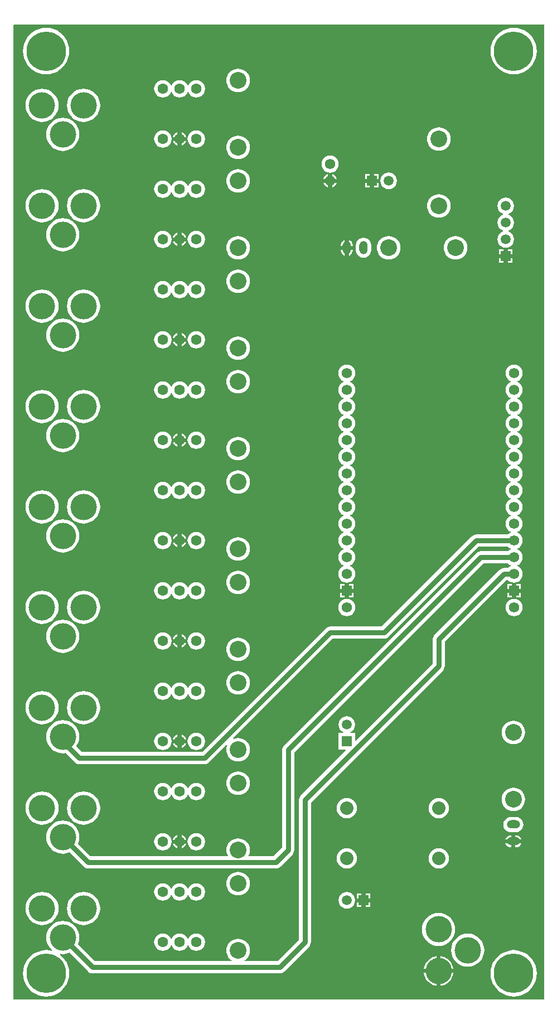
<source format=gbl>
G04 Layer_Physical_Order=2*
G04 Layer_Color=16711680*
%FSLAX24Y24*%
%MOIN*%
G70*
G01*
G75*
%ADD11C,0.0315*%
%ADD12C,0.1575*%
%ADD13C,0.1000*%
%ADD14R,0.0591X0.0591*%
%ADD15C,0.0591*%
%ADD16C,0.0800*%
%ADD17O,0.0800X0.0500*%
%ADD18O,0.0500X0.0800*%
%ADD19R,0.0591X0.0591*%
%ADD20C,0.0630*%
%ADD21C,0.0620*%
%ADD22R,0.0620X0.0620*%
%ADD23C,0.0620*%
%ADD24C,0.2362*%
G36*
X10315Y-4689D02*
X10280Y-4724D01*
X-21417D01*
X-21417Y53518D01*
X-21382Y53553D01*
X10315D01*
X10315Y-4689D01*
D02*
G37*
%LPC*%
G36*
X-10476Y17232D02*
X-10611Y17214D01*
X-10736Y17162D01*
X-10844Y17080D01*
X-10926Y16972D01*
X-10978Y16847D01*
X-10996Y16713D01*
X-10978Y16578D01*
X-10926Y16453D01*
X-10844Y16345D01*
X-10736Y16263D01*
X-10611Y16211D01*
X-10476Y16193D01*
X-10342Y16211D01*
X-10217Y16263D01*
X-10109Y16345D01*
X-10027Y16453D01*
X-9975Y16578D01*
X-9957Y16713D01*
X-9975Y16847D01*
X-10027Y16972D01*
X-10109Y17080D01*
X-10217Y17162D01*
X-10342Y17214D01*
X-10476Y17232D01*
D02*
G37*
G36*
X-11596Y16593D02*
X-11876D01*
X-11839Y16503D01*
X-11772Y16417D01*
X-11686Y16350D01*
X-11596Y16313D01*
Y16593D01*
D02*
G37*
G36*
X-18457Y17980D02*
X-18650Y17961D01*
X-18836Y17905D01*
X-19008Y17813D01*
X-19158Y17690D01*
X-19282Y17539D01*
X-19373Y17368D01*
X-19430Y17182D01*
X-19449Y16988D01*
X-19430Y16795D01*
X-19373Y16609D01*
X-19282Y16437D01*
X-19158Y16287D01*
X-19008Y16163D01*
X-18836Y16072D01*
X-18650Y16015D01*
X-18457Y15996D01*
X-18263Y16015D01*
X-18077Y16072D01*
X-17905Y16163D01*
X-17755Y16287D01*
X-17632Y16437D01*
X-17540Y16609D01*
X-17484Y16795D01*
X-17464Y16988D01*
X-17484Y17182D01*
X-17540Y17368D01*
X-17632Y17539D01*
X-17755Y17690D01*
X-17905Y17813D01*
X-18077Y17905D01*
X-18263Y17961D01*
X-18457Y17980D01*
D02*
G37*
G36*
X-12476Y17232D02*
X-12611Y17214D01*
X-12736Y17162D01*
X-12844Y17080D01*
X-12926Y16972D01*
X-12978Y16847D01*
X-12996Y16713D01*
X-12978Y16578D01*
X-12926Y16453D01*
X-12844Y16345D01*
X-12736Y16263D01*
X-12611Y16211D01*
X-12476Y16193D01*
X-12342Y16211D01*
X-12217Y16263D01*
X-12109Y16345D01*
X-12027Y16453D01*
X-11975Y16578D01*
X-11957Y16713D01*
X-11975Y16847D01*
X-12027Y16972D01*
X-12109Y17080D01*
X-12217Y17162D01*
X-12342Y17214D01*
X-12476Y17232D01*
D02*
G37*
G36*
X-11077Y16593D02*
X-11356D01*
Y16313D01*
X-11267Y16350D01*
X-11180Y16417D01*
X-11114Y16503D01*
X-11077Y16593D01*
D02*
G37*
G36*
X-19697Y19717D02*
X-19890Y19698D01*
X-20077Y19641D01*
X-20248Y19549D01*
X-20398Y19426D01*
X-20522Y19276D01*
X-20614Y19104D01*
X-20670Y18918D01*
X-20689Y18724D01*
X-20670Y18531D01*
X-20614Y18345D01*
X-20522Y18173D01*
X-20398Y18023D01*
X-20248Y17899D01*
X-20077Y17808D01*
X-19890Y17751D01*
X-19697Y17732D01*
X-19503Y17751D01*
X-19317Y17808D01*
X-19146Y17899D01*
X-18995Y18023D01*
X-18872Y18173D01*
X-18780Y18345D01*
X-18724Y18531D01*
X-18705Y18724D01*
X-18724Y18918D01*
X-18780Y19104D01*
X-18872Y19276D01*
X-18995Y19426D01*
X-19146Y19549D01*
X-19317Y19641D01*
X-19503Y19698D01*
X-19697Y19717D01*
D02*
G37*
G36*
X-17217D02*
X-17410Y19698D01*
X-17596Y19641D01*
X-17768Y19549D01*
X-17918Y19426D01*
X-18042Y19276D01*
X-18133Y19104D01*
X-18190Y18918D01*
X-18209Y18724D01*
X-18190Y18531D01*
X-18133Y18345D01*
X-18042Y18173D01*
X-17918Y18023D01*
X-17768Y17899D01*
X-17596Y17808D01*
X-17410Y17751D01*
X-17217Y17732D01*
X-17023Y17751D01*
X-16837Y17808D01*
X-16665Y17899D01*
X-16515Y18023D01*
X-16392Y18173D01*
X-16300Y18345D01*
X-16243Y18531D01*
X-16224Y18724D01*
X-16243Y18918D01*
X-16300Y19104D01*
X-16392Y19276D01*
X-16515Y19426D01*
X-16665Y19549D01*
X-16837Y19641D01*
X-17023Y19698D01*
X-17217Y19717D01*
D02*
G37*
G36*
X-11596Y17112D02*
X-11686Y17075D01*
X-11772Y17009D01*
X-11839Y16922D01*
X-11876Y16833D01*
X-11596D01*
Y17112D01*
D02*
G37*
G36*
X-11356D02*
Y16833D01*
X-11077D01*
X-11114Y16922D01*
X-11180Y17009D01*
X-11267Y17075D01*
X-11356Y17112D01*
D02*
G37*
G36*
X-7976Y16916D02*
X-8114Y16902D01*
X-8246Y16862D01*
X-8367Y16797D01*
X-8474Y16710D01*
X-8561Y16603D01*
X-8626Y16482D01*
X-8666Y16350D01*
X-8680Y16213D01*
X-8666Y16075D01*
X-8626Y15943D01*
X-8561Y15822D01*
X-8474Y15715D01*
X-8367Y15628D01*
X-8246Y15563D01*
X-8114Y15523D01*
X-7976Y15509D01*
X-7839Y15523D01*
X-7707Y15563D01*
X-7586Y15628D01*
X-7479Y15715D01*
X-7392Y15822D01*
X-7327Y15943D01*
X-7287Y16075D01*
X-7273Y16213D01*
X-7287Y16350D01*
X-7327Y16482D01*
X-7392Y16603D01*
X-7479Y16710D01*
X-7586Y16797D01*
X-7707Y16862D01*
X-7839Y16902D01*
X-7976Y16916D01*
D02*
G37*
G36*
X8482Y11944D02*
X8345Y11930D01*
X8213Y11890D01*
X8091Y11825D01*
X7985Y11738D01*
X7897Y11631D01*
X7832Y11509D01*
X7792Y11377D01*
X7779Y11240D01*
X7792Y11103D01*
X7832Y10971D01*
X7897Y10849D01*
X7985Y10743D01*
X8091Y10655D01*
X8213Y10590D01*
X8345Y10550D01*
X8482Y10537D01*
X8620Y10550D01*
X8751Y10590D01*
X8873Y10655D01*
X8980Y10743D01*
X9067Y10849D01*
X9132Y10971D01*
X9172Y11103D01*
X9186Y11240D01*
X9172Y11377D01*
X9132Y11509D01*
X9067Y11631D01*
X8980Y11738D01*
X8873Y11825D01*
X8751Y11890D01*
X8620Y11930D01*
X8482Y11944D01*
D02*
G37*
G36*
X-11596Y11112D02*
X-11686Y11075D01*
X-11772Y11009D01*
X-11839Y10922D01*
X-11876Y10833D01*
X-11596D01*
Y11112D01*
D02*
G37*
G36*
Y10593D02*
X-11876D01*
X-11839Y10503D01*
X-11772Y10417D01*
X-11686Y10350D01*
X-11596Y10313D01*
Y10593D01*
D02*
G37*
G36*
X-11077D02*
X-11356D01*
Y10313D01*
X-11267Y10350D01*
X-11180Y10417D01*
X-11114Y10503D01*
X-11077Y10593D01*
D02*
G37*
G36*
X-11356Y11112D02*
Y10833D01*
X-11077D01*
X-11114Y10922D01*
X-11180Y11009D01*
X-11267Y11075D01*
X-11356Y11112D01*
D02*
G37*
G36*
X-7976Y14916D02*
X-8114Y14902D01*
X-8246Y14862D01*
X-8367Y14797D01*
X-8474Y14710D01*
X-8561Y14603D01*
X-8626Y14482D01*
X-8666Y14350D01*
X-8680Y14213D01*
X-8666Y14075D01*
X-8626Y13943D01*
X-8561Y13822D01*
X-8474Y13715D01*
X-8367Y13628D01*
X-8246Y13563D01*
X-8114Y13523D01*
X-7976Y13509D01*
X-7839Y13523D01*
X-7707Y13563D01*
X-7586Y13628D01*
X-7479Y13715D01*
X-7392Y13822D01*
X-7327Y13943D01*
X-7287Y14075D01*
X-7273Y14213D01*
X-7287Y14350D01*
X-7327Y14482D01*
X-7392Y14603D01*
X-7479Y14710D01*
X-7586Y14797D01*
X-7707Y14862D01*
X-7839Y14902D01*
X-7976Y14916D01*
D02*
G37*
G36*
X-10476Y14232D02*
X-10611Y14214D01*
X-10736Y14162D01*
X-10844Y14080D01*
X-10926Y13972D01*
X-10951Y13911D01*
X-11001D01*
X-11027Y13972D01*
X-11109Y14080D01*
X-11217Y14162D01*
X-11342Y14214D01*
X-11476Y14232D01*
X-11611Y14214D01*
X-11736Y14162D01*
X-11844Y14080D01*
X-11926Y13972D01*
X-11951Y13911D01*
X-12001D01*
X-12027Y13972D01*
X-12109Y14080D01*
X-12217Y14162D01*
X-12342Y14214D01*
X-12476Y14232D01*
X-12611Y14214D01*
X-12736Y14162D01*
X-12844Y14080D01*
X-12926Y13972D01*
X-12978Y13847D01*
X-12996Y13713D01*
X-12978Y13578D01*
X-12926Y13453D01*
X-12844Y13345D01*
X-12736Y13263D01*
X-12611Y13211D01*
X-12476Y13193D01*
X-12342Y13211D01*
X-12217Y13263D01*
X-12109Y13345D01*
X-12027Y13453D01*
X-12001Y13514D01*
X-11951D01*
X-11926Y13453D01*
X-11844Y13345D01*
X-11736Y13263D01*
X-11611Y13211D01*
X-11476Y13193D01*
X-11342Y13211D01*
X-11217Y13263D01*
X-11109Y13345D01*
X-11027Y13453D01*
X-11001Y13514D01*
X-10951D01*
X-10926Y13453D01*
X-10844Y13345D01*
X-10736Y13263D01*
X-10611Y13211D01*
X-10476Y13193D01*
X-10342Y13211D01*
X-10217Y13263D01*
X-10109Y13345D01*
X-10027Y13453D01*
X-9975Y13578D01*
X-9957Y13713D01*
X-9975Y13847D01*
X-10027Y13972D01*
X-10109Y14080D01*
X-10217Y14162D01*
X-10342Y14214D01*
X-10476Y14232D01*
D02*
G37*
G36*
X-19697Y13717D02*
X-19890Y13698D01*
X-20077Y13641D01*
X-20248Y13549D01*
X-20398Y13426D01*
X-20522Y13276D01*
X-20614Y13104D01*
X-20670Y12918D01*
X-20689Y12724D01*
X-20670Y12531D01*
X-20614Y12345D01*
X-20522Y12173D01*
X-20398Y12023D01*
X-20248Y11899D01*
X-20077Y11808D01*
X-19890Y11751D01*
X-19697Y11732D01*
X-19503Y11751D01*
X-19317Y11808D01*
X-19146Y11899D01*
X-18995Y12023D01*
X-18872Y12173D01*
X-18780Y12345D01*
X-18724Y12531D01*
X-18705Y12724D01*
X-18724Y12918D01*
X-18780Y13104D01*
X-18872Y13276D01*
X-18995Y13426D01*
X-19146Y13549D01*
X-19317Y13641D01*
X-19503Y13698D01*
X-19697Y13717D01*
D02*
G37*
G36*
X-17217D02*
X-17410Y13698D01*
X-17596Y13641D01*
X-17768Y13549D01*
X-17918Y13426D01*
X-18042Y13276D01*
X-18133Y13104D01*
X-18190Y12918D01*
X-18209Y12724D01*
X-18190Y12531D01*
X-18133Y12345D01*
X-18042Y12173D01*
X-17918Y12023D01*
X-17768Y11899D01*
X-17596Y11808D01*
X-17410Y11751D01*
X-17217Y11732D01*
X-17023Y11751D01*
X-16837Y11808D01*
X-16665Y11899D01*
X-16515Y12023D01*
X-16392Y12173D01*
X-16300Y12345D01*
X-16243Y12531D01*
X-16224Y12724D01*
X-16243Y12918D01*
X-16300Y13104D01*
X-16392Y13276D01*
X-16515Y13426D01*
X-16665Y13549D01*
X-16837Y13641D01*
X-17023Y13698D01*
X-17217Y13717D01*
D02*
G37*
G36*
X-1476Y19227D02*
X-1610Y19210D01*
X-1734Y19158D01*
X-1840Y19076D01*
X-1922Y18970D01*
X-1973Y18846D01*
X-1991Y18713D01*
X-1973Y18579D01*
X-1922Y18455D01*
X-1840Y18349D01*
X-1734Y18267D01*
X-1610Y18216D01*
X-1476Y18198D01*
X-1343Y18216D01*
X-1219Y18267D01*
X-1113Y18349D01*
X-1031Y18455D01*
X-979Y18579D01*
X-962Y18713D01*
X-979Y18846D01*
X-1031Y18970D01*
X-1113Y19076D01*
X-1219Y19158D01*
X-1343Y19210D01*
X-1476Y19227D01*
D02*
G37*
G36*
X8524Y33227D02*
X8390Y33210D01*
X8266Y33158D01*
X8160Y33076D01*
X8078Y32970D01*
X8027Y32846D01*
X8009Y32713D01*
X8027Y32579D01*
X8078Y32455D01*
X8160Y32349D01*
X8266Y32267D01*
X8333Y32240D01*
Y32186D01*
X8266Y32158D01*
X8160Y32076D01*
X8078Y31970D01*
X8027Y31846D01*
X8009Y31713D01*
X8027Y31579D01*
X8078Y31455D01*
X8160Y31349D01*
X8266Y31267D01*
X8333Y31240D01*
Y31186D01*
X8266Y31158D01*
X8160Y31076D01*
X8078Y30970D01*
X8027Y30846D01*
X8009Y30713D01*
X8027Y30579D01*
X8078Y30455D01*
X8160Y30349D01*
X8266Y30267D01*
X8333Y30240D01*
Y30186D01*
X8266Y30158D01*
X8160Y30076D01*
X8078Y29970D01*
X8027Y29846D01*
X8009Y29713D01*
X8027Y29579D01*
X8078Y29455D01*
X8160Y29349D01*
X8266Y29267D01*
X8333Y29240D01*
Y29186D01*
X8266Y29158D01*
X8160Y29076D01*
X8078Y28970D01*
X8027Y28846D01*
X8009Y28713D01*
X8027Y28579D01*
X8078Y28455D01*
X8160Y28349D01*
X8266Y28267D01*
X8333Y28240D01*
Y28186D01*
X8266Y28158D01*
X8160Y28076D01*
X8078Y27970D01*
X8027Y27846D01*
X8009Y27713D01*
X8027Y27579D01*
X8078Y27455D01*
X8160Y27349D01*
X8266Y27267D01*
X8333Y27240D01*
Y27186D01*
X8266Y27158D01*
X8160Y27076D01*
X8078Y26970D01*
X8027Y26846D01*
X8009Y26713D01*
X8027Y26579D01*
X8078Y26455D01*
X8160Y26349D01*
X8266Y26267D01*
X8333Y26240D01*
Y26186D01*
X8266Y26158D01*
X8160Y26076D01*
X8078Y25970D01*
X8027Y25846D01*
X8009Y25713D01*
X8027Y25579D01*
X8078Y25455D01*
X8160Y25349D01*
X8266Y25267D01*
X8333Y25240D01*
Y25186D01*
X8266Y25158D01*
X8160Y25076D01*
X8078Y24970D01*
X8027Y24846D01*
X8009Y24713D01*
X8027Y24579D01*
X8078Y24455D01*
X8160Y24349D01*
X8266Y24267D01*
X8333Y24240D01*
Y24186D01*
X8266Y24158D01*
X8160Y24076D01*
X8078Y23970D01*
X8027Y23846D01*
X8009Y23713D01*
X8027Y23579D01*
X8078Y23455D01*
X8160Y23349D01*
X8266Y23267D01*
X8333Y23240D01*
Y23186D01*
X8266Y23158D01*
X8160Y23076D01*
X8157Y23073D01*
X6246D01*
X6153Y23061D01*
X6066Y23025D01*
X5991Y22968D01*
X597Y17573D01*
X-2476D01*
X-2570Y17561D01*
X-2657Y17525D01*
X-2731Y17468D01*
X-10126Y10073D01*
X-17327D01*
X-17658Y10404D01*
X-17632Y10437D01*
X-17540Y10609D01*
X-17484Y10795D01*
X-17464Y10988D01*
X-17484Y11182D01*
X-17540Y11368D01*
X-17632Y11539D01*
X-17755Y11690D01*
X-17905Y11813D01*
X-18077Y11905D01*
X-18263Y11961D01*
X-18457Y11980D01*
X-18650Y11961D01*
X-18836Y11905D01*
X-19008Y11813D01*
X-19158Y11690D01*
X-19282Y11539D01*
X-19373Y11368D01*
X-19430Y11182D01*
X-19449Y10988D01*
X-19430Y10795D01*
X-19373Y10609D01*
X-19282Y10437D01*
X-19158Y10287D01*
X-19008Y10163D01*
X-18836Y10072D01*
X-18650Y10015D01*
X-18457Y9996D01*
X-18286Y10013D01*
X-17731Y9458D01*
X-17657Y9400D01*
X-17570Y9364D01*
X-17476Y9352D01*
X-9976D01*
X-9883Y9364D01*
X-9796Y9400D01*
X-9721Y9458D01*
X-8666Y10513D01*
X-8626Y10483D01*
X-8626Y10482D01*
X-8666Y10350D01*
X-8680Y10213D01*
X-8666Y10075D01*
X-8626Y9943D01*
X-8561Y9822D01*
X-8474Y9715D01*
X-8367Y9628D01*
X-8246Y9563D01*
X-8114Y9523D01*
X-7976Y9509D01*
X-7839Y9523D01*
X-7707Y9563D01*
X-7586Y9628D01*
X-7479Y9715D01*
X-7392Y9822D01*
X-7327Y9943D01*
X-7287Y10075D01*
X-7273Y10213D01*
X-7287Y10350D01*
X-7327Y10482D01*
X-7392Y10603D01*
X-7479Y10710D01*
X-7586Y10797D01*
X-7707Y10862D01*
X-7839Y10902D01*
X-7976Y10916D01*
X-8114Y10902D01*
X-8246Y10862D01*
X-8246Y10862D01*
X-8276Y10903D01*
X-2327Y16852D01*
X746D01*
X839Y16864D01*
X926Y16900D01*
X1001Y16958D01*
X6395Y22352D01*
X8157D01*
X8160Y22349D01*
X8266Y22267D01*
X8333Y22240D01*
Y22186D01*
X8266Y22158D01*
X8160Y22076D01*
X8157Y22073D01*
X6524D01*
X6430Y22061D01*
X6343Y22025D01*
X6269Y21968D01*
X-5231Y10468D01*
X-5289Y10393D01*
X-5325Y10306D01*
X-5337Y10213D01*
Y4362D01*
X-5863Y3836D01*
X-7336D01*
X-7361Y3879D01*
X-7327Y3943D01*
X-7287Y4075D01*
X-7273Y4213D01*
X-7287Y4350D01*
X-7327Y4482D01*
X-7392Y4603D01*
X-7479Y4710D01*
X-7586Y4797D01*
X-7707Y4862D01*
X-7839Y4902D01*
X-7976Y4916D01*
X-8114Y4902D01*
X-8246Y4862D01*
X-8367Y4797D01*
X-8474Y4710D01*
X-8561Y4603D01*
X-8626Y4482D01*
X-8666Y4350D01*
X-8680Y4213D01*
X-8666Y4075D01*
X-8626Y3943D01*
X-8592Y3879D01*
X-8617Y3836D01*
X-16794D01*
X-17549Y4591D01*
X-17540Y4609D01*
X-17484Y4795D01*
X-17464Y4988D01*
X-17484Y5182D01*
X-17540Y5368D01*
X-17632Y5539D01*
X-17755Y5690D01*
X-17905Y5813D01*
X-18077Y5905D01*
X-18263Y5961D01*
X-18457Y5980D01*
X-18650Y5961D01*
X-18836Y5905D01*
X-19008Y5813D01*
X-19158Y5690D01*
X-19282Y5539D01*
X-19373Y5368D01*
X-19430Y5182D01*
X-19449Y4988D01*
X-19430Y4795D01*
X-19373Y4609D01*
X-19282Y4437D01*
X-19158Y4287D01*
X-19008Y4163D01*
X-18836Y4072D01*
X-18650Y4015D01*
X-18457Y3996D01*
X-18263Y4015D01*
X-18077Y4072D01*
X-18059Y4081D01*
X-17199Y3220D01*
X-17124Y3163D01*
X-17037Y3127D01*
X-16944Y3115D01*
X-5714D01*
X-5621Y3127D01*
X-5534Y3163D01*
X-5459Y3220D01*
X-4721Y3958D01*
X-4664Y4032D01*
X-4628Y4119D01*
X-4616Y4213D01*
Y10063D01*
X6673Y21352D01*
X8157D01*
X8160Y21349D01*
X8266Y21267D01*
X8333Y21240D01*
Y21186D01*
X8266Y21158D01*
X8160Y21076D01*
X8157Y21073D01*
X7917D01*
X7824Y21061D01*
X7737Y21025D01*
X7662Y20968D01*
X3769Y17074D01*
X3711Y16999D01*
X3675Y16912D01*
X3663Y16819D01*
Y15362D01*
X-935Y10764D01*
X-981Y10783D01*
Y11208D01*
X-1270D01*
X-1280Y11258D01*
X-1227Y11280D01*
X-1123Y11359D01*
X-1044Y11463D01*
X-994Y11583D01*
X-977Y11713D01*
X-994Y11842D01*
X-1044Y11962D01*
X-1123Y12066D01*
X-1227Y12145D01*
X-1347Y12195D01*
X-1476Y12212D01*
X-1606Y12195D01*
X-1726Y12145D01*
X-1830Y12066D01*
X-1909Y11962D01*
X-1959Y11842D01*
X-1976Y11713D01*
X-1959Y11583D01*
X-1909Y11463D01*
X-1830Y11359D01*
X-1726Y11280D01*
X-1673Y11258D01*
X-1683Y11208D01*
X-1972D01*
Y10217D01*
X-1547D01*
X-1528Y10171D01*
X-4231Y7468D01*
X-4289Y7393D01*
X-4325Y7306D01*
X-4337Y7213D01*
Y-1138D01*
X-5626Y-2427D01*
X-7585D01*
X-7597Y-2378D01*
X-7586Y-2372D01*
X-7479Y-2285D01*
X-7392Y-2178D01*
X-7327Y-2057D01*
X-7287Y-1925D01*
X-7273Y-1787D01*
X-7287Y-1650D01*
X-7327Y-1518D01*
X-7392Y-1397D01*
X-7479Y-1290D01*
X-7586Y-1203D01*
X-7707Y-1138D01*
X-7839Y-1098D01*
X-7976Y-1084D01*
X-8114Y-1098D01*
X-8246Y-1138D01*
X-8367Y-1203D01*
X-8474Y-1290D01*
X-8561Y-1397D01*
X-8626Y-1518D01*
X-8666Y-1650D01*
X-8680Y-1787D01*
X-8666Y-1925D01*
X-8626Y-2057D01*
X-8561Y-2178D01*
X-8474Y-2285D01*
X-8367Y-2372D01*
X-8356Y-2378D01*
X-8368Y-2427D01*
X-16532D01*
X-17549Y-1409D01*
X-17540Y-1391D01*
X-17484Y-1205D01*
X-17464Y-1012D01*
X-17484Y-818D01*
X-17540Y-632D01*
X-17632Y-461D01*
X-17755Y-310D01*
X-17905Y-187D01*
X-18077Y-95D01*
X-18263Y-39D01*
X-18457Y-20D01*
X-18650Y-39D01*
X-18836Y-95D01*
X-19008Y-187D01*
X-19158Y-310D01*
X-19282Y-461D01*
X-19373Y-632D01*
X-19430Y-818D01*
X-19449Y-1012D01*
X-19430Y-1205D01*
X-19373Y-1391D01*
X-19282Y-1563D01*
X-19158Y-1713D01*
X-19099Y-1762D01*
X-19122Y-1808D01*
X-19232Y-1781D01*
X-19449Y-1764D01*
X-19666Y-1781D01*
X-19877Y-1832D01*
X-20078Y-1915D01*
X-20263Y-2029D01*
X-20428Y-2170D01*
X-20570Y-2335D01*
X-20683Y-2521D01*
X-20766Y-2722D01*
X-20817Y-2933D01*
X-20834Y-3150D01*
X-20817Y-3366D01*
X-20766Y-3578D01*
X-20683Y-3779D01*
X-20570Y-3964D01*
X-20428Y-4129D01*
X-20263Y-4270D01*
X-20078Y-4384D01*
X-19877Y-4467D01*
X-19666Y-4518D01*
X-19449Y-4535D01*
X-19232Y-4518D01*
X-19021Y-4467D01*
X-18820Y-4384D01*
X-18635Y-4270D01*
X-18469Y-4129D01*
X-18328Y-3964D01*
X-18214Y-3779D01*
X-18131Y-3578D01*
X-18081Y-3366D01*
X-18063Y-3150D01*
X-18081Y-2933D01*
X-18131Y-2722D01*
X-18214Y-2521D01*
X-18328Y-2335D01*
X-18469Y-2170D01*
X-18624Y-2038D01*
X-18608Y-1992D01*
X-18606Y-1989D01*
X-18457Y-2004D01*
X-18263Y-1985D01*
X-18077Y-1928D01*
X-18059Y-1919D01*
X-16936Y-3042D01*
X-16861Y-3100D01*
X-16774Y-3136D01*
X-16681Y-3148D01*
X-5476D01*
X-5383Y-3136D01*
X-5296Y-3100D01*
X-5221Y-3042D01*
X-3721Y-1542D01*
X-3664Y-1468D01*
X-3628Y-1381D01*
X-3616Y-1287D01*
Y7063D01*
X4279Y14958D01*
X4336Y15032D01*
X4372Y15119D01*
X4384Y15213D01*
Y16670D01*
X8067Y20352D01*
X8157D01*
X8160Y20349D01*
X8266Y20267D01*
X8390Y20216D01*
X8524Y20198D01*
X8657Y20216D01*
X8781Y20267D01*
X8887Y20349D01*
X8969Y20455D01*
X9021Y20579D01*
X9038Y20713D01*
X9021Y20846D01*
X8969Y20970D01*
X8887Y21076D01*
X8781Y21158D01*
X8715Y21186D01*
Y21240D01*
X8781Y21267D01*
X8887Y21349D01*
X8969Y21455D01*
X9021Y21579D01*
X9038Y21713D01*
X9021Y21846D01*
X8969Y21970D01*
X8887Y22076D01*
X8781Y22158D01*
X8715Y22186D01*
Y22240D01*
X8781Y22267D01*
X8887Y22349D01*
X8969Y22455D01*
X9021Y22579D01*
X9038Y22713D01*
X9021Y22846D01*
X8969Y22970D01*
X8887Y23076D01*
X8781Y23158D01*
X8715Y23186D01*
Y23240D01*
X8781Y23267D01*
X8887Y23349D01*
X8969Y23455D01*
X9021Y23579D01*
X9038Y23713D01*
X9021Y23846D01*
X8969Y23970D01*
X8887Y24076D01*
X8781Y24158D01*
X8715Y24186D01*
Y24240D01*
X8781Y24267D01*
X8887Y24349D01*
X8969Y24455D01*
X9021Y24579D01*
X9038Y24713D01*
X9021Y24846D01*
X8969Y24970D01*
X8887Y25076D01*
X8781Y25158D01*
X8715Y25186D01*
Y25240D01*
X8781Y25267D01*
X8887Y25349D01*
X8969Y25455D01*
X9021Y25579D01*
X9038Y25713D01*
X9021Y25846D01*
X8969Y25970D01*
X8887Y26076D01*
X8781Y26158D01*
X8715Y26186D01*
Y26240D01*
X8781Y26267D01*
X8887Y26349D01*
X8969Y26455D01*
X9021Y26579D01*
X9038Y26713D01*
X9021Y26846D01*
X8969Y26970D01*
X8887Y27076D01*
X8781Y27158D01*
X8715Y27186D01*
Y27240D01*
X8781Y27267D01*
X8887Y27349D01*
X8969Y27455D01*
X9021Y27579D01*
X9038Y27713D01*
X9021Y27846D01*
X8969Y27970D01*
X8887Y28076D01*
X8781Y28158D01*
X8715Y28186D01*
Y28240D01*
X8781Y28267D01*
X8887Y28349D01*
X8969Y28455D01*
X9021Y28579D01*
X9038Y28713D01*
X9021Y28846D01*
X8969Y28970D01*
X8887Y29076D01*
X8781Y29158D01*
X8715Y29186D01*
Y29240D01*
X8781Y29267D01*
X8887Y29349D01*
X8969Y29455D01*
X9021Y29579D01*
X9038Y29713D01*
X9021Y29846D01*
X8969Y29970D01*
X8887Y30076D01*
X8781Y30158D01*
X8715Y30186D01*
Y30240D01*
X8781Y30267D01*
X8887Y30349D01*
X8969Y30455D01*
X9021Y30579D01*
X9038Y30713D01*
X9021Y30846D01*
X8969Y30970D01*
X8887Y31076D01*
X8781Y31158D01*
X8715Y31186D01*
Y31240D01*
X8781Y31267D01*
X8887Y31349D01*
X8969Y31455D01*
X9021Y31579D01*
X9038Y31713D01*
X9021Y31846D01*
X8969Y31970D01*
X8887Y32076D01*
X8781Y32158D01*
X8715Y32186D01*
Y32240D01*
X8781Y32267D01*
X8887Y32349D01*
X8969Y32455D01*
X9021Y32579D01*
X9038Y32713D01*
X9021Y32846D01*
X8969Y32970D01*
X8887Y33076D01*
X8781Y33158D01*
X8657Y33210D01*
X8524Y33227D01*
D02*
G37*
G36*
X-7976Y22916D02*
X-8114Y22902D01*
X-8246Y22862D01*
X-8367Y22797D01*
X-8474Y22710D01*
X-8561Y22603D01*
X-8626Y22482D01*
X-8666Y22350D01*
X-8680Y22213D01*
X-8666Y22075D01*
X-8626Y21943D01*
X-8561Y21822D01*
X-8474Y21715D01*
X-8367Y21628D01*
X-8246Y21563D01*
X-8114Y21523D01*
X-7976Y21509D01*
X-7839Y21523D01*
X-7707Y21563D01*
X-7586Y21628D01*
X-7479Y21715D01*
X-7392Y21822D01*
X-7327Y21943D01*
X-7287Y22075D01*
X-7273Y22213D01*
X-7287Y22350D01*
X-7327Y22482D01*
X-7392Y22603D01*
X-7479Y22710D01*
X-7586Y22797D01*
X-7707Y22862D01*
X-7839Y22902D01*
X-7976Y22916D01*
D02*
G37*
G36*
X-10476Y20232D02*
X-10611Y20214D01*
X-10736Y20162D01*
X-10844Y20080D01*
X-10926Y19972D01*
X-10951Y19912D01*
X-11001D01*
X-11027Y19972D01*
X-11109Y20080D01*
X-11217Y20162D01*
X-11342Y20214D01*
X-11476Y20232D01*
X-11611Y20214D01*
X-11736Y20162D01*
X-11844Y20080D01*
X-11926Y19972D01*
X-11951Y19912D01*
X-12001D01*
X-12027Y19972D01*
X-12109Y20080D01*
X-12217Y20162D01*
X-12342Y20214D01*
X-12476Y20232D01*
X-12611Y20214D01*
X-12736Y20162D01*
X-12844Y20080D01*
X-12926Y19972D01*
X-12978Y19847D01*
X-12996Y19713D01*
X-12978Y19578D01*
X-12926Y19453D01*
X-12844Y19345D01*
X-12736Y19263D01*
X-12611Y19211D01*
X-12476Y19193D01*
X-12342Y19211D01*
X-12217Y19263D01*
X-12109Y19345D01*
X-12027Y19453D01*
X-12001Y19514D01*
X-11951D01*
X-11926Y19453D01*
X-11844Y19345D01*
X-11736Y19263D01*
X-11611Y19211D01*
X-11476Y19193D01*
X-11342Y19211D01*
X-11217Y19263D01*
X-11109Y19345D01*
X-11027Y19453D01*
X-11001Y19514D01*
X-10951D01*
X-10926Y19453D01*
X-10844Y19345D01*
X-10736Y19263D01*
X-10611Y19211D01*
X-10476Y19193D01*
X-10342Y19211D01*
X-10217Y19263D01*
X-10109Y19345D01*
X-10027Y19453D01*
X-9975Y19578D01*
X-9957Y19713D01*
X-9975Y19847D01*
X-10027Y19972D01*
X-10109Y20080D01*
X-10217Y20162D01*
X-10342Y20214D01*
X-10476Y20232D01*
D02*
G37*
G36*
X-1476Y33227D02*
X-1610Y33210D01*
X-1734Y33158D01*
X-1840Y33076D01*
X-1922Y32970D01*
X-1973Y32846D01*
X-1991Y32713D01*
X-1973Y32579D01*
X-1922Y32455D01*
X-1840Y32349D01*
X-1734Y32267D01*
X-1667Y32240D01*
Y32186D01*
X-1734Y32158D01*
X-1840Y32076D01*
X-1922Y31970D01*
X-1973Y31846D01*
X-1991Y31713D01*
X-1973Y31579D01*
X-1922Y31455D01*
X-1840Y31349D01*
X-1734Y31267D01*
X-1667Y31240D01*
Y31186D01*
X-1734Y31158D01*
X-1840Y31076D01*
X-1922Y30970D01*
X-1973Y30846D01*
X-1991Y30713D01*
X-1973Y30579D01*
X-1922Y30455D01*
X-1840Y30349D01*
X-1734Y30267D01*
X-1667Y30240D01*
Y30186D01*
X-1734Y30158D01*
X-1840Y30076D01*
X-1922Y29970D01*
X-1973Y29846D01*
X-1991Y29713D01*
X-1973Y29579D01*
X-1922Y29455D01*
X-1840Y29349D01*
X-1734Y29267D01*
X-1667Y29240D01*
Y29186D01*
X-1734Y29158D01*
X-1840Y29076D01*
X-1922Y28970D01*
X-1973Y28846D01*
X-1991Y28713D01*
X-1973Y28579D01*
X-1922Y28455D01*
X-1840Y28349D01*
X-1734Y28267D01*
X-1667Y28240D01*
Y28186D01*
X-1734Y28158D01*
X-1840Y28076D01*
X-1922Y27970D01*
X-1973Y27846D01*
X-1991Y27713D01*
X-1973Y27579D01*
X-1922Y27455D01*
X-1840Y27349D01*
X-1734Y27267D01*
X-1667Y27240D01*
Y27186D01*
X-1734Y27158D01*
X-1840Y27076D01*
X-1922Y26970D01*
X-1973Y26846D01*
X-1991Y26713D01*
X-1973Y26579D01*
X-1922Y26455D01*
X-1840Y26349D01*
X-1734Y26267D01*
X-1667Y26240D01*
Y26186D01*
X-1734Y26158D01*
X-1840Y26076D01*
X-1922Y25970D01*
X-1973Y25846D01*
X-1991Y25713D01*
X-1973Y25579D01*
X-1922Y25455D01*
X-1840Y25349D01*
X-1734Y25267D01*
X-1667Y25240D01*
Y25186D01*
X-1734Y25158D01*
X-1840Y25076D01*
X-1922Y24970D01*
X-1973Y24846D01*
X-1991Y24713D01*
X-1973Y24579D01*
X-1922Y24455D01*
X-1840Y24349D01*
X-1734Y24267D01*
X-1667Y24240D01*
Y24186D01*
X-1734Y24158D01*
X-1840Y24076D01*
X-1922Y23970D01*
X-1973Y23846D01*
X-1991Y23713D01*
X-1973Y23579D01*
X-1922Y23455D01*
X-1840Y23349D01*
X-1734Y23267D01*
X-1667Y23240D01*
Y23186D01*
X-1734Y23158D01*
X-1840Y23076D01*
X-1922Y22970D01*
X-1973Y22846D01*
X-1991Y22713D01*
X-1973Y22579D01*
X-1922Y22455D01*
X-1840Y22349D01*
X-1734Y22267D01*
X-1667Y22240D01*
Y22186D01*
X-1734Y22158D01*
X-1840Y22076D01*
X-1922Y21970D01*
X-1973Y21846D01*
X-1991Y21713D01*
X-1973Y21579D01*
X-1922Y21455D01*
X-1840Y21349D01*
X-1734Y21267D01*
X-1667Y21240D01*
Y21186D01*
X-1734Y21158D01*
X-1840Y21076D01*
X-1922Y20970D01*
X-1973Y20846D01*
X-1991Y20713D01*
X-1973Y20579D01*
X-1922Y20455D01*
X-1840Y20349D01*
X-1734Y20267D01*
X-1610Y20216D01*
X-1476Y20198D01*
X-1343Y20216D01*
X-1219Y20267D01*
X-1113Y20349D01*
X-1031Y20455D01*
X-979Y20579D01*
X-962Y20713D01*
X-979Y20846D01*
X-1031Y20970D01*
X-1113Y21076D01*
X-1219Y21158D01*
X-1285Y21186D01*
Y21240D01*
X-1219Y21267D01*
X-1113Y21349D01*
X-1031Y21455D01*
X-979Y21579D01*
X-962Y21713D01*
X-979Y21846D01*
X-1031Y21970D01*
X-1113Y22076D01*
X-1219Y22158D01*
X-1285Y22186D01*
Y22240D01*
X-1219Y22267D01*
X-1113Y22349D01*
X-1031Y22455D01*
X-979Y22579D01*
X-962Y22713D01*
X-979Y22846D01*
X-1031Y22970D01*
X-1113Y23076D01*
X-1219Y23158D01*
X-1285Y23186D01*
Y23240D01*
X-1219Y23267D01*
X-1113Y23349D01*
X-1031Y23455D01*
X-979Y23579D01*
X-962Y23713D01*
X-979Y23846D01*
X-1031Y23970D01*
X-1113Y24076D01*
X-1219Y24158D01*
X-1285Y24186D01*
Y24240D01*
X-1219Y24267D01*
X-1113Y24349D01*
X-1031Y24455D01*
X-979Y24579D01*
X-962Y24713D01*
X-979Y24846D01*
X-1031Y24970D01*
X-1113Y25076D01*
X-1219Y25158D01*
X-1285Y25186D01*
Y25240D01*
X-1219Y25267D01*
X-1113Y25349D01*
X-1031Y25455D01*
X-979Y25579D01*
X-962Y25713D01*
X-979Y25846D01*
X-1031Y25970D01*
X-1113Y26076D01*
X-1219Y26158D01*
X-1285Y26186D01*
Y26240D01*
X-1219Y26267D01*
X-1113Y26349D01*
X-1031Y26455D01*
X-979Y26579D01*
X-962Y26713D01*
X-979Y26846D01*
X-1031Y26970D01*
X-1113Y27076D01*
X-1219Y27158D01*
X-1285Y27186D01*
Y27240D01*
X-1219Y27267D01*
X-1113Y27349D01*
X-1031Y27455D01*
X-979Y27579D01*
X-962Y27713D01*
X-979Y27846D01*
X-1031Y27970D01*
X-1113Y28076D01*
X-1219Y28158D01*
X-1285Y28186D01*
Y28240D01*
X-1219Y28267D01*
X-1113Y28349D01*
X-1031Y28455D01*
X-979Y28579D01*
X-962Y28713D01*
X-979Y28846D01*
X-1031Y28970D01*
X-1113Y29076D01*
X-1219Y29158D01*
X-1285Y29186D01*
Y29240D01*
X-1219Y29267D01*
X-1113Y29349D01*
X-1031Y29455D01*
X-979Y29579D01*
X-962Y29713D01*
X-979Y29846D01*
X-1031Y29970D01*
X-1113Y30076D01*
X-1219Y30158D01*
X-1285Y30186D01*
Y30240D01*
X-1219Y30267D01*
X-1113Y30349D01*
X-1031Y30455D01*
X-979Y30579D01*
X-962Y30713D01*
X-979Y30846D01*
X-1031Y30970D01*
X-1113Y31076D01*
X-1219Y31158D01*
X-1285Y31186D01*
Y31240D01*
X-1219Y31267D01*
X-1113Y31349D01*
X-1031Y31455D01*
X-979Y31579D01*
X-962Y31713D01*
X-979Y31846D01*
X-1031Y31970D01*
X-1113Y32076D01*
X-1219Y32158D01*
X-1285Y32186D01*
Y32240D01*
X-1219Y32267D01*
X-1113Y32349D01*
X-1031Y32455D01*
X-979Y32579D01*
X-962Y32713D01*
X-979Y32846D01*
X-1031Y32970D01*
X-1113Y33076D01*
X-1219Y33158D01*
X-1343Y33210D01*
X-1476Y33227D01*
D02*
G37*
G36*
X-18457Y23980D02*
X-18650Y23961D01*
X-18836Y23905D01*
X-19008Y23813D01*
X-19158Y23690D01*
X-19282Y23539D01*
X-19373Y23368D01*
X-19430Y23182D01*
X-19449Y22988D01*
X-19430Y22795D01*
X-19373Y22609D01*
X-19282Y22437D01*
X-19158Y22287D01*
X-19008Y22163D01*
X-18836Y22072D01*
X-18650Y22015D01*
X-18457Y21996D01*
X-18263Y22015D01*
X-18077Y22072D01*
X-17905Y22163D01*
X-17755Y22287D01*
X-17632Y22437D01*
X-17540Y22609D01*
X-17484Y22795D01*
X-17464Y22988D01*
X-17484Y23182D01*
X-17540Y23368D01*
X-17632Y23539D01*
X-17755Y23690D01*
X-17905Y23813D01*
X-18077Y23905D01*
X-18263Y23961D01*
X-18457Y23980D01*
D02*
G37*
G36*
X-11596Y22593D02*
X-11876D01*
X-11839Y22503D01*
X-11772Y22417D01*
X-11686Y22350D01*
X-11596Y22313D01*
Y22593D01*
D02*
G37*
G36*
X-11077D02*
X-11356D01*
Y22313D01*
X-11267Y22350D01*
X-11180Y22417D01*
X-11114Y22503D01*
X-11077Y22593D01*
D02*
G37*
G36*
X-12476Y23232D02*
X-12611Y23214D01*
X-12736Y23162D01*
X-12844Y23080D01*
X-12926Y22972D01*
X-12978Y22847D01*
X-12996Y22713D01*
X-12978Y22578D01*
X-12926Y22453D01*
X-12844Y22345D01*
X-12736Y22263D01*
X-12611Y22211D01*
X-12476Y22193D01*
X-12342Y22211D01*
X-12217Y22263D01*
X-12109Y22345D01*
X-12027Y22453D01*
X-11975Y22578D01*
X-11957Y22713D01*
X-11975Y22847D01*
X-12027Y22972D01*
X-12109Y23080D01*
X-12217Y23162D01*
X-12342Y23214D01*
X-12476Y23232D01*
D02*
G37*
G36*
X-10476D02*
X-10611Y23214D01*
X-10736Y23162D01*
X-10844Y23080D01*
X-10926Y22972D01*
X-10978Y22847D01*
X-10996Y22713D01*
X-10978Y22578D01*
X-10926Y22453D01*
X-10844Y22345D01*
X-10736Y22263D01*
X-10611Y22211D01*
X-10476Y22193D01*
X-10342Y22211D01*
X-10217Y22263D01*
X-10109Y22345D01*
X-10027Y22453D01*
X-9975Y22578D01*
X-9957Y22713D01*
X-9975Y22847D01*
X-10027Y22972D01*
X-10109Y23080D01*
X-10217Y23162D01*
X-10342Y23214D01*
X-10476Y23232D01*
D02*
G37*
G36*
X8934Y20123D02*
X8644D01*
Y19833D01*
X8934D01*
Y20123D01*
D02*
G37*
G36*
X-1066Y19593D02*
X-1356D01*
Y19303D01*
X-1066D01*
Y19593D01*
D02*
G37*
G36*
X8404D02*
X8114D01*
Y19303D01*
X8404D01*
Y19593D01*
D02*
G37*
G36*
X8524Y19227D02*
X8390Y19210D01*
X8266Y19158D01*
X8160Y19076D01*
X8078Y18970D01*
X8027Y18846D01*
X8009Y18713D01*
X8027Y18579D01*
X8078Y18455D01*
X8160Y18349D01*
X8266Y18267D01*
X8390Y18216D01*
X8524Y18198D01*
X8657Y18216D01*
X8781Y18267D01*
X8887Y18349D01*
X8969Y18455D01*
X9021Y18579D01*
X9038Y18713D01*
X9021Y18846D01*
X8969Y18970D01*
X8887Y19076D01*
X8781Y19158D01*
X8657Y19210D01*
X8524Y19227D01*
D02*
G37*
G36*
X-1596Y19593D02*
X-1886D01*
Y19303D01*
X-1596D01*
Y19593D01*
D02*
G37*
G36*
X8934D02*
X8644D01*
Y19303D01*
X8934D01*
Y19593D01*
D02*
G37*
G36*
X-1066Y20123D02*
X-1356D01*
Y19833D01*
X-1066D01*
Y20123D01*
D02*
G37*
G36*
X8404D02*
X8114D01*
Y19833D01*
X8404D01*
Y20123D01*
D02*
G37*
G36*
X-7976Y20916D02*
X-8114Y20902D01*
X-8246Y20862D01*
X-8367Y20797D01*
X-8474Y20710D01*
X-8561Y20603D01*
X-8626Y20482D01*
X-8666Y20350D01*
X-8680Y20213D01*
X-8666Y20075D01*
X-8626Y19943D01*
X-8561Y19822D01*
X-8474Y19715D01*
X-8367Y19628D01*
X-8246Y19563D01*
X-8114Y19523D01*
X-7976Y19509D01*
X-7839Y19523D01*
X-7707Y19563D01*
X-7586Y19628D01*
X-7479Y19715D01*
X-7392Y19822D01*
X-7327Y19943D01*
X-7287Y20075D01*
X-7273Y20213D01*
X-7287Y20350D01*
X-7327Y20482D01*
X-7392Y20603D01*
X-7479Y20710D01*
X-7586Y20797D01*
X-7707Y20862D01*
X-7839Y20902D01*
X-7976Y20916D01*
D02*
G37*
G36*
X-1596Y20123D02*
X-1886D01*
Y19833D01*
X-1596D01*
Y20123D01*
D02*
G37*
G36*
X-81Y1093D02*
X-356D01*
Y817D01*
X-81D01*
Y1093D01*
D02*
G37*
G36*
X-596Y1608D02*
X-872D01*
Y1333D01*
X-596D01*
Y1608D01*
D02*
G37*
G36*
X-1476Y1712D02*
X-1606Y1695D01*
X-1726Y1645D01*
X-1830Y1566D01*
X-1909Y1462D01*
X-1959Y1342D01*
X-1976Y1213D01*
X-1959Y1083D01*
X-1909Y963D01*
X-1830Y859D01*
X-1726Y780D01*
X-1606Y730D01*
X-1476Y713D01*
X-1347Y730D01*
X-1227Y780D01*
X-1123Y859D01*
X-1044Y963D01*
X-994Y1083D01*
X-977Y1213D01*
X-994Y1342D01*
X-1044Y1462D01*
X-1123Y1566D01*
X-1227Y1645D01*
X-1347Y1695D01*
X-1476Y1712D01*
D02*
G37*
G36*
X-596Y1093D02*
X-872D01*
Y817D01*
X-596D01*
Y1093D01*
D02*
G37*
G36*
X-81Y1608D02*
X-356D01*
Y1333D01*
X-81D01*
Y1608D01*
D02*
G37*
G36*
X-1476Y4315D02*
X-1594Y4304D01*
X-1707Y4270D01*
X-1811Y4214D01*
X-1903Y4139D01*
X-1978Y4048D01*
X-2033Y3943D01*
X-2068Y3830D01*
X-2079Y3713D01*
X-2068Y3595D01*
X-2033Y3482D01*
X-1978Y3378D01*
X-1903Y3286D01*
X-1811Y3211D01*
X-1707Y3156D01*
X-1594Y3121D01*
X-1476Y3110D01*
X-1359Y3121D01*
X-1246Y3156D01*
X-1141Y3211D01*
X-1050Y3286D01*
X-975Y3378D01*
X-919Y3482D01*
X-885Y3595D01*
X-873Y3713D01*
X-885Y3830D01*
X-919Y3943D01*
X-975Y4048D01*
X-1050Y4139D01*
X-1141Y4214D01*
X-1246Y4270D01*
X-1359Y4304D01*
X-1476Y4315D01*
D02*
G37*
G36*
X4024D02*
X3906Y4304D01*
X3793Y4270D01*
X3689Y4214D01*
X3597Y4139D01*
X3522Y4048D01*
X3467Y3943D01*
X3432Y3830D01*
X3421Y3713D01*
X3432Y3595D01*
X3467Y3482D01*
X3522Y3378D01*
X3597Y3286D01*
X3689Y3211D01*
X3793Y3156D01*
X3906Y3121D01*
X4024Y3110D01*
X4141Y3121D01*
X4254Y3156D01*
X4359Y3211D01*
X4450Y3286D01*
X4525Y3378D01*
X4581Y3482D01*
X4615Y3595D01*
X4627Y3713D01*
X4615Y3830D01*
X4581Y3943D01*
X4525Y4048D01*
X4450Y4139D01*
X4359Y4214D01*
X4254Y4270D01*
X4141Y4304D01*
X4024Y4315D01*
D02*
G37*
G36*
X-7976Y2916D02*
X-8114Y2902D01*
X-8246Y2862D01*
X-8367Y2797D01*
X-8474Y2710D01*
X-8561Y2603D01*
X-8626Y2482D01*
X-8666Y2350D01*
X-8680Y2213D01*
X-8666Y2075D01*
X-8626Y1943D01*
X-8561Y1822D01*
X-8474Y1715D01*
X-8367Y1628D01*
X-8246Y1563D01*
X-8114Y1523D01*
X-7976Y1509D01*
X-7839Y1523D01*
X-7707Y1563D01*
X-7586Y1628D01*
X-7479Y1715D01*
X-7392Y1822D01*
X-7327Y1943D01*
X-7287Y2075D01*
X-7273Y2213D01*
X-7287Y2350D01*
X-7327Y2482D01*
X-7392Y2603D01*
X-7479Y2710D01*
X-7586Y2797D01*
X-7707Y2862D01*
X-7839Y2902D01*
X-7976Y2916D01*
D02*
G37*
G36*
X-10476Y2232D02*
X-10611Y2214D01*
X-10736Y2162D01*
X-10844Y2080D01*
X-10926Y1972D01*
X-10951Y1911D01*
X-11001D01*
X-11027Y1972D01*
X-11109Y2080D01*
X-11217Y2162D01*
X-11342Y2214D01*
X-11476Y2232D01*
X-11611Y2214D01*
X-11736Y2162D01*
X-11844Y2080D01*
X-11926Y1972D01*
X-11951Y1911D01*
X-12001D01*
X-12027Y1972D01*
X-12109Y2080D01*
X-12217Y2162D01*
X-12342Y2214D01*
X-12476Y2232D01*
X-12611Y2214D01*
X-12736Y2162D01*
X-12844Y2080D01*
X-12926Y1972D01*
X-12978Y1847D01*
X-12996Y1713D01*
X-12978Y1578D01*
X-12926Y1453D01*
X-12844Y1345D01*
X-12736Y1263D01*
X-12611Y1211D01*
X-12476Y1193D01*
X-12342Y1211D01*
X-12217Y1263D01*
X-12109Y1345D01*
X-12027Y1453D01*
X-12001Y1514D01*
X-11951D01*
X-11926Y1453D01*
X-11844Y1345D01*
X-11736Y1263D01*
X-11611Y1211D01*
X-11476Y1193D01*
X-11342Y1211D01*
X-11217Y1263D01*
X-11109Y1345D01*
X-11027Y1453D01*
X-11001Y1514D01*
X-10951D01*
X-10926Y1453D01*
X-10844Y1345D01*
X-10736Y1263D01*
X-10611Y1211D01*
X-10476Y1193D01*
X-10342Y1211D01*
X-10217Y1263D01*
X-10109Y1345D01*
X-10027Y1453D01*
X-9975Y1578D01*
X-9957Y1713D01*
X-9975Y1847D01*
X-10027Y1972D01*
X-10109Y2080D01*
X-10217Y2162D01*
X-10342Y2214D01*
X-10476Y2232D01*
D02*
G37*
G36*
X-17217Y1717D02*
X-17410Y1698D01*
X-17596Y1641D01*
X-17768Y1549D01*
X-17918Y1426D01*
X-18042Y1276D01*
X-18133Y1104D01*
X-18190Y918D01*
X-18209Y724D01*
X-18190Y531D01*
X-18133Y345D01*
X-18042Y173D01*
X-17918Y23D01*
X-17768Y-101D01*
X-17596Y-192D01*
X-17410Y-249D01*
X-17217Y-268D01*
X-17023Y-249D01*
X-16837Y-192D01*
X-16665Y-101D01*
X-16515Y23D01*
X-16392Y173D01*
X-16300Y345D01*
X-16243Y531D01*
X-16224Y724D01*
X-16243Y918D01*
X-16300Y1104D01*
X-16392Y1276D01*
X-16515Y1426D01*
X-16665Y1549D01*
X-16837Y1641D01*
X-17023Y1698D01*
X-17217Y1717D01*
D02*
G37*
G36*
X4892Y-3128D02*
X4132D01*
Y-3888D01*
X4186Y-3882D01*
X4353Y-3832D01*
X4507Y-3749D01*
X4642Y-3638D01*
X4753Y-3503D01*
X4836Y-3349D01*
X4886Y-3182D01*
X4892Y-3128D01*
D02*
G37*
G36*
X3892Y-2128D02*
X3838Y-2133D01*
X3671Y-2184D01*
X3516Y-2266D01*
X3381Y-2377D01*
X3270Y-2512D01*
X3188Y-2667D01*
X3137Y-2834D01*
X3132Y-2888D01*
X3892D01*
Y-2128D01*
D02*
G37*
G36*
X8504Y-1764D02*
X8287Y-1781D01*
X8076Y-1832D01*
X7875Y-1915D01*
X7690Y-2029D01*
X7524Y-2170D01*
X7383Y-2335D01*
X7270Y-2521D01*
X7186Y-2722D01*
X7136Y-2933D01*
X7119Y-3150D01*
X7136Y-3366D01*
X7186Y-3578D01*
X7270Y-3779D01*
X7383Y-3964D01*
X7524Y-4129D01*
X7690Y-4270D01*
X7875Y-4384D01*
X8076Y-4467D01*
X8287Y-4518D01*
X8504Y-4535D01*
X8721Y-4518D01*
X8932Y-4467D01*
X9133Y-4384D01*
X9318Y-4270D01*
X9484Y-4129D01*
X9625Y-3964D01*
X9738Y-3779D01*
X9822Y-3578D01*
X9872Y-3366D01*
X9889Y-3150D01*
X9872Y-2933D01*
X9822Y-2722D01*
X9738Y-2521D01*
X9625Y-2335D01*
X9484Y-2170D01*
X9318Y-2029D01*
X9133Y-1915D01*
X8932Y-1832D01*
X8721Y-1781D01*
X8504Y-1764D01*
D02*
G37*
G36*
X3892Y-3128D02*
X3132D01*
X3137Y-3182D01*
X3188Y-3349D01*
X3270Y-3503D01*
X3381Y-3638D01*
X3516Y-3749D01*
X3671Y-3832D01*
X3838Y-3882D01*
X3892Y-3888D01*
Y-3128D01*
D02*
G37*
G36*
X4132Y-2128D02*
Y-2888D01*
X4892D01*
X4886Y-2834D01*
X4836Y-2667D01*
X4753Y-2512D01*
X4642Y-2377D01*
X4507Y-2266D01*
X4353Y-2184D01*
X4186Y-2133D01*
X4132Y-2128D01*
D02*
G37*
G36*
X-10476Y-768D02*
X-10611Y-786D01*
X-10736Y-838D01*
X-10844Y-920D01*
X-10926Y-1028D01*
X-10951Y-1089D01*
X-11001D01*
X-11027Y-1028D01*
X-11109Y-920D01*
X-11217Y-838D01*
X-11342Y-786D01*
X-11476Y-768D01*
X-11611Y-786D01*
X-11736Y-838D01*
X-11844Y-920D01*
X-11926Y-1028D01*
X-11951Y-1089D01*
X-12001D01*
X-12027Y-1028D01*
X-12109Y-920D01*
X-12217Y-838D01*
X-12342Y-786D01*
X-12476Y-768D01*
X-12611Y-786D01*
X-12736Y-838D01*
X-12844Y-920D01*
X-12926Y-1028D01*
X-12978Y-1153D01*
X-12996Y-1287D01*
X-12978Y-1422D01*
X-12926Y-1547D01*
X-12844Y-1655D01*
X-12736Y-1737D01*
X-12611Y-1789D01*
X-12476Y-1807D01*
X-12342Y-1789D01*
X-12217Y-1737D01*
X-12109Y-1655D01*
X-12027Y-1547D01*
X-12001Y-1486D01*
X-11951D01*
X-11926Y-1547D01*
X-11844Y-1655D01*
X-11736Y-1737D01*
X-11611Y-1789D01*
X-11476Y-1807D01*
X-11342Y-1789D01*
X-11217Y-1737D01*
X-11109Y-1655D01*
X-11027Y-1547D01*
X-11001Y-1486D01*
X-10951D01*
X-10926Y-1547D01*
X-10844Y-1655D01*
X-10736Y-1737D01*
X-10611Y-1789D01*
X-10476Y-1807D01*
X-10342Y-1789D01*
X-10217Y-1737D01*
X-10109Y-1655D01*
X-10027Y-1547D01*
X-9975Y-1422D01*
X-9957Y-1287D01*
X-9975Y-1153D01*
X-10027Y-1028D01*
X-10109Y-920D01*
X-10217Y-838D01*
X-10342Y-786D01*
X-10476Y-768D01*
D02*
G37*
G36*
X-19697Y1717D02*
X-19890Y1698D01*
X-20077Y1641D01*
X-20248Y1549D01*
X-20398Y1426D01*
X-20522Y1276D01*
X-20614Y1104D01*
X-20670Y918D01*
X-20689Y724D01*
X-20670Y531D01*
X-20614Y345D01*
X-20522Y173D01*
X-20398Y23D01*
X-20248Y-101D01*
X-20077Y-192D01*
X-19890Y-249D01*
X-19697Y-268D01*
X-19503Y-249D01*
X-19317Y-192D01*
X-19146Y-101D01*
X-18995Y23D01*
X-18872Y173D01*
X-18780Y345D01*
X-18724Y531D01*
X-18705Y724D01*
X-18724Y918D01*
X-18780Y1104D01*
X-18872Y1276D01*
X-18995Y1426D01*
X-19146Y1549D01*
X-19317Y1641D01*
X-19503Y1698D01*
X-19697Y1717D01*
D02*
G37*
G36*
X5748Y-776D02*
X5554Y-795D01*
X5368Y-851D01*
X5197Y-943D01*
X5046Y-1066D01*
X4923Y-1217D01*
X4831Y-1388D01*
X4775Y-1574D01*
X4756Y-1768D01*
X4775Y-1961D01*
X4831Y-2147D01*
X4923Y-2319D01*
X5046Y-2469D01*
X5197Y-2593D01*
X5368Y-2684D01*
X5554Y-2741D01*
X5748Y-2760D01*
X5942Y-2741D01*
X6128Y-2684D01*
X6299Y-2593D01*
X6450Y-2469D01*
X6573Y-2319D01*
X6665Y-2147D01*
X6721Y-1961D01*
X6740Y-1768D01*
X6721Y-1574D01*
X6665Y-1388D01*
X6573Y-1217D01*
X6450Y-1066D01*
X6299Y-943D01*
X6128Y-851D01*
X5942Y-795D01*
X5748Y-776D01*
D02*
G37*
G36*
X4012Y465D02*
X3818Y446D01*
X3632Y389D01*
X3461Y297D01*
X3310Y174D01*
X3187Y24D01*
X3095Y-148D01*
X3039Y-334D01*
X3020Y-528D01*
X3039Y-721D01*
X3095Y-907D01*
X3187Y-1079D01*
X3310Y-1229D01*
X3461Y-1353D01*
X3632Y-1444D01*
X3818Y-1501D01*
X4012Y-1520D01*
X4205Y-1501D01*
X4392Y-1444D01*
X4563Y-1353D01*
X4713Y-1229D01*
X4837Y-1079D01*
X4928Y-907D01*
X4985Y-721D01*
X5004Y-528D01*
X4985Y-334D01*
X4928Y-148D01*
X4837Y24D01*
X4713Y174D01*
X4563Y297D01*
X4392Y389D01*
X4205Y446D01*
X4012Y465D01*
D02*
G37*
G36*
X-12476Y5232D02*
X-12611Y5214D01*
X-12736Y5162D01*
X-12844Y5080D01*
X-12926Y4972D01*
X-12978Y4847D01*
X-12996Y4713D01*
X-12978Y4578D01*
X-12926Y4453D01*
X-12844Y4345D01*
X-12736Y4263D01*
X-12611Y4211D01*
X-12476Y4193D01*
X-12342Y4211D01*
X-12217Y4263D01*
X-12109Y4345D01*
X-12027Y4453D01*
X-11975Y4578D01*
X-11957Y4713D01*
X-11975Y4847D01*
X-12027Y4972D01*
X-12109Y5080D01*
X-12217Y5162D01*
X-12342Y5214D01*
X-12476Y5232D01*
D02*
G37*
G36*
X-1476Y7315D02*
X-1594Y7304D01*
X-1707Y7270D01*
X-1811Y7214D01*
X-1903Y7139D01*
X-1978Y7048D01*
X-2033Y6943D01*
X-2068Y6830D01*
X-2079Y6713D01*
X-2068Y6595D01*
X-2033Y6482D01*
X-1978Y6378D01*
X-1903Y6286D01*
X-1811Y6211D01*
X-1707Y6156D01*
X-1594Y6121D01*
X-1476Y6110D01*
X-1359Y6121D01*
X-1246Y6156D01*
X-1141Y6211D01*
X-1050Y6286D01*
X-975Y6378D01*
X-919Y6482D01*
X-885Y6595D01*
X-873Y6713D01*
X-885Y6830D01*
X-919Y6943D01*
X-975Y7048D01*
X-1050Y7139D01*
X-1141Y7214D01*
X-1246Y7270D01*
X-1359Y7304D01*
X-1476Y7315D01*
D02*
G37*
G36*
X4024D02*
X3906Y7304D01*
X3793Y7270D01*
X3689Y7214D01*
X3597Y7139D01*
X3522Y7048D01*
X3467Y6943D01*
X3432Y6830D01*
X3421Y6713D01*
X3432Y6595D01*
X3467Y6482D01*
X3522Y6378D01*
X3597Y6286D01*
X3689Y6211D01*
X3793Y6156D01*
X3906Y6121D01*
X4024Y6110D01*
X4141Y6121D01*
X4254Y6156D01*
X4359Y6211D01*
X4450Y6286D01*
X4525Y6378D01*
X4581Y6482D01*
X4615Y6595D01*
X4627Y6713D01*
X4615Y6830D01*
X4581Y6943D01*
X4525Y7048D01*
X4450Y7139D01*
X4359Y7214D01*
X4254Y7270D01*
X4141Y7304D01*
X4024Y7315D01*
D02*
G37*
G36*
X-19697Y7717D02*
X-19890Y7698D01*
X-20077Y7641D01*
X-20248Y7549D01*
X-20398Y7426D01*
X-20522Y7276D01*
X-20614Y7104D01*
X-20670Y6918D01*
X-20689Y6724D01*
X-20670Y6531D01*
X-20614Y6345D01*
X-20522Y6173D01*
X-20398Y6023D01*
X-20248Y5899D01*
X-20077Y5808D01*
X-19890Y5751D01*
X-19697Y5732D01*
X-19503Y5751D01*
X-19317Y5808D01*
X-19146Y5899D01*
X-18995Y6023D01*
X-18872Y6173D01*
X-18780Y6345D01*
X-18724Y6531D01*
X-18705Y6724D01*
X-18724Y6918D01*
X-18780Y7104D01*
X-18872Y7276D01*
X-18995Y7426D01*
X-19146Y7549D01*
X-19317Y7641D01*
X-19503Y7698D01*
X-19697Y7717D01*
D02*
G37*
G36*
X-17217D02*
X-17410Y7698D01*
X-17596Y7641D01*
X-17768Y7549D01*
X-17918Y7426D01*
X-18042Y7276D01*
X-18133Y7104D01*
X-18190Y6918D01*
X-18209Y6724D01*
X-18190Y6531D01*
X-18133Y6345D01*
X-18042Y6173D01*
X-17918Y6023D01*
X-17768Y5899D01*
X-17596Y5808D01*
X-17410Y5751D01*
X-17217Y5732D01*
X-17023Y5751D01*
X-16837Y5808D01*
X-16665Y5899D01*
X-16515Y6023D01*
X-16392Y6173D01*
X-16300Y6345D01*
X-16243Y6531D01*
X-16224Y6724D01*
X-16243Y6918D01*
X-16300Y7104D01*
X-16392Y7276D01*
X-16515Y7426D01*
X-16665Y7549D01*
X-16837Y7641D01*
X-17023Y7698D01*
X-17217Y7717D01*
D02*
G37*
G36*
X8482Y7944D02*
X8345Y7930D01*
X8213Y7890D01*
X8091Y7825D01*
X7985Y7738D01*
X7897Y7631D01*
X7832Y7509D01*
X7792Y7377D01*
X7779Y7240D01*
X7792Y7103D01*
X7832Y6971D01*
X7897Y6849D01*
X7985Y6743D01*
X8091Y6655D01*
X8213Y6590D01*
X8345Y6550D01*
X8482Y6537D01*
X8620Y6550D01*
X8751Y6590D01*
X8873Y6655D01*
X8980Y6743D01*
X9067Y6849D01*
X9132Y6971D01*
X9172Y7103D01*
X9186Y7240D01*
X9172Y7377D01*
X9132Y7509D01*
X9067Y7631D01*
X8980Y7738D01*
X8873Y7825D01*
X8751Y7890D01*
X8620Y7930D01*
X8482Y7944D01*
D02*
G37*
G36*
X-12476Y11232D02*
X-12611Y11214D01*
X-12736Y11162D01*
X-12844Y11080D01*
X-12926Y10972D01*
X-12978Y10847D01*
X-12996Y10713D01*
X-12978Y10578D01*
X-12926Y10453D01*
X-12844Y10345D01*
X-12736Y10263D01*
X-12611Y10211D01*
X-12476Y10193D01*
X-12342Y10211D01*
X-12217Y10263D01*
X-12109Y10345D01*
X-12027Y10453D01*
X-11975Y10578D01*
X-11957Y10713D01*
X-11975Y10847D01*
X-12027Y10972D01*
X-12109Y11080D01*
X-12217Y11162D01*
X-12342Y11214D01*
X-12476Y11232D01*
D02*
G37*
G36*
X-10476D02*
X-10611Y11214D01*
X-10736Y11162D01*
X-10844Y11080D01*
X-10926Y10972D01*
X-10978Y10847D01*
X-10996Y10713D01*
X-10978Y10578D01*
X-10926Y10453D01*
X-10844Y10345D01*
X-10736Y10263D01*
X-10611Y10211D01*
X-10476Y10193D01*
X-10342Y10211D01*
X-10217Y10263D01*
X-10109Y10345D01*
X-10027Y10453D01*
X-9975Y10578D01*
X-9957Y10713D01*
X-9975Y10847D01*
X-10027Y10972D01*
X-10109Y11080D01*
X-10217Y11162D01*
X-10342Y11214D01*
X-10476Y11232D01*
D02*
G37*
G36*
X-7976Y8916D02*
X-8114Y8902D01*
X-8246Y8862D01*
X-8367Y8797D01*
X-8474Y8710D01*
X-8561Y8603D01*
X-8626Y8482D01*
X-8666Y8350D01*
X-8680Y8213D01*
X-8666Y8075D01*
X-8626Y7943D01*
X-8561Y7822D01*
X-8474Y7715D01*
X-8367Y7628D01*
X-8246Y7563D01*
X-8114Y7523D01*
X-7976Y7509D01*
X-7839Y7523D01*
X-7707Y7563D01*
X-7586Y7628D01*
X-7479Y7715D01*
X-7392Y7822D01*
X-7327Y7943D01*
X-7287Y8075D01*
X-7273Y8213D01*
X-7287Y8350D01*
X-7327Y8482D01*
X-7392Y8603D01*
X-7479Y8710D01*
X-7586Y8797D01*
X-7707Y8862D01*
X-7839Y8902D01*
X-7976Y8916D01*
D02*
G37*
G36*
X-10476Y8232D02*
X-10611Y8214D01*
X-10736Y8162D01*
X-10844Y8080D01*
X-10926Y7972D01*
X-10951Y7911D01*
X-11001D01*
X-11027Y7972D01*
X-11109Y8080D01*
X-11217Y8162D01*
X-11342Y8214D01*
X-11476Y8232D01*
X-11611Y8214D01*
X-11736Y8162D01*
X-11844Y8080D01*
X-11926Y7972D01*
X-11951Y7911D01*
X-12001D01*
X-12027Y7972D01*
X-12109Y8080D01*
X-12217Y8162D01*
X-12342Y8214D01*
X-12476Y8232D01*
X-12611Y8214D01*
X-12736Y8162D01*
X-12844Y8080D01*
X-12926Y7972D01*
X-12978Y7847D01*
X-12996Y7713D01*
X-12978Y7578D01*
X-12926Y7453D01*
X-12844Y7345D01*
X-12736Y7263D01*
X-12611Y7211D01*
X-12476Y7193D01*
X-12342Y7211D01*
X-12217Y7263D01*
X-12109Y7345D01*
X-12027Y7453D01*
X-12001Y7514D01*
X-11951D01*
X-11926Y7453D01*
X-11844Y7345D01*
X-11736Y7263D01*
X-11611Y7211D01*
X-11476Y7193D01*
X-11342Y7211D01*
X-11217Y7263D01*
X-11109Y7345D01*
X-11027Y7453D01*
X-11001Y7514D01*
X-10951D01*
X-10926Y7453D01*
X-10844Y7345D01*
X-10736Y7263D01*
X-10611Y7211D01*
X-10476Y7193D01*
X-10342Y7211D01*
X-10217Y7263D01*
X-10109Y7345D01*
X-10027Y7453D01*
X-9975Y7578D01*
X-9957Y7713D01*
X-9975Y7847D01*
X-10027Y7972D01*
X-10109Y8080D01*
X-10217Y8162D01*
X-10342Y8214D01*
X-10476Y8232D01*
D02*
G37*
G36*
X8632Y6194D02*
X8332D01*
X8215Y6179D01*
X8105Y6133D01*
X8011Y6061D01*
X7939Y5967D01*
X7894Y5858D01*
X7878Y5740D01*
X7894Y5623D01*
X7939Y5513D01*
X8011Y5419D01*
X8105Y5347D01*
X8215Y5302D01*
X8332Y5286D01*
X8632D01*
X8750Y5302D01*
X8859Y5347D01*
X8953Y5419D01*
X9025Y5513D01*
X9071Y5623D01*
X9086Y5740D01*
X9071Y5858D01*
X9025Y5967D01*
X8953Y6061D01*
X8859Y6133D01*
X8750Y6179D01*
X8632Y6194D01*
D02*
G37*
G36*
X-11077Y4593D02*
X-11356D01*
Y4313D01*
X-11267Y4350D01*
X-11180Y4417D01*
X-11114Y4503D01*
X-11077Y4593D01*
D02*
G37*
G36*
X8362Y4620D02*
X8003D01*
X8027Y4564D01*
X8083Y4491D01*
X8156Y4434D01*
X8241Y4399D01*
X8332Y4387D01*
X8362D01*
Y4620D01*
D02*
G37*
G36*
X-10476Y5232D02*
X-10611Y5214D01*
X-10736Y5162D01*
X-10844Y5080D01*
X-10926Y4972D01*
X-10978Y4847D01*
X-10996Y4713D01*
X-10978Y4578D01*
X-10926Y4453D01*
X-10844Y4345D01*
X-10736Y4263D01*
X-10611Y4211D01*
X-10476Y4193D01*
X-10342Y4211D01*
X-10217Y4263D01*
X-10109Y4345D01*
X-10027Y4453D01*
X-9975Y4578D01*
X-9957Y4713D01*
X-9975Y4847D01*
X-10027Y4972D01*
X-10109Y5080D01*
X-10217Y5162D01*
X-10342Y5214D01*
X-10476Y5232D01*
D02*
G37*
G36*
X-11596Y4593D02*
X-11876D01*
X-11839Y4503D01*
X-11772Y4417D01*
X-11686Y4350D01*
X-11596Y4313D01*
Y4593D01*
D02*
G37*
G36*
X8961Y4620D02*
X8602D01*
Y4387D01*
X8632D01*
X8724Y4399D01*
X8809Y4434D01*
X8882Y4491D01*
X8938Y4564D01*
X8961Y4620D01*
D02*
G37*
G36*
X8362Y5093D02*
X8332D01*
X8241Y5081D01*
X8156Y5046D01*
X8083Y4990D01*
X8027Y4917D01*
X8003Y4860D01*
X8362D01*
Y5093D01*
D02*
G37*
G36*
X8632D02*
X8602D01*
Y4860D01*
X8961D01*
X8938Y4917D01*
X8882Y4990D01*
X8809Y5046D01*
X8724Y5081D01*
X8632Y5093D01*
D02*
G37*
G36*
X-11596Y5112D02*
X-11686Y5075D01*
X-11772Y5009D01*
X-11839Y4922D01*
X-11876Y4833D01*
X-11596D01*
Y5112D01*
D02*
G37*
G36*
X-11356D02*
Y4833D01*
X-11077D01*
X-11114Y4922D01*
X-11180Y5009D01*
X-11267Y5075D01*
X-11356Y5112D01*
D02*
G37*
G36*
X-11596Y23112D02*
X-11686Y23075D01*
X-11772Y23009D01*
X-11839Y22922D01*
X-11876Y22833D01*
X-11596D01*
Y23112D01*
D02*
G37*
G36*
X-7976Y44916D02*
X-8114Y44902D01*
X-8246Y44862D01*
X-8367Y44797D01*
X-8474Y44710D01*
X-8561Y44603D01*
X-8626Y44482D01*
X-8666Y44350D01*
X-8680Y44213D01*
X-8666Y44075D01*
X-8626Y43943D01*
X-8561Y43822D01*
X-8474Y43715D01*
X-8367Y43628D01*
X-8246Y43563D01*
X-8114Y43523D01*
X-7976Y43509D01*
X-7839Y43523D01*
X-7707Y43563D01*
X-7586Y43628D01*
X-7479Y43715D01*
X-7392Y43822D01*
X-7327Y43943D01*
X-7287Y44075D01*
X-7273Y44213D01*
X-7287Y44350D01*
X-7327Y44482D01*
X-7392Y44603D01*
X-7479Y44710D01*
X-7586Y44797D01*
X-7707Y44862D01*
X-7839Y44902D01*
X-7976Y44916D01*
D02*
G37*
G36*
X1024Y44712D02*
X894Y44695D01*
X774Y44645D01*
X670Y44566D01*
X591Y44462D01*
X541Y44342D01*
X524Y44213D01*
X541Y44083D01*
X591Y43963D01*
X670Y43859D01*
X774Y43780D01*
X894Y43730D01*
X1024Y43713D01*
X1153Y43730D01*
X1273Y43780D01*
X1377Y43859D01*
X1456Y43963D01*
X1506Y44083D01*
X1523Y44213D01*
X1506Y44342D01*
X1456Y44462D01*
X1377Y44566D01*
X1273Y44645D01*
X1153Y44695D01*
X1024Y44712D01*
D02*
G37*
G36*
X-17217Y43717D02*
X-17410Y43698D01*
X-17596Y43641D01*
X-17768Y43549D01*
X-17918Y43426D01*
X-18042Y43276D01*
X-18133Y43104D01*
X-18190Y42918D01*
X-18209Y42724D01*
X-18190Y42531D01*
X-18133Y42345D01*
X-18042Y42173D01*
X-17918Y42023D01*
X-17768Y41899D01*
X-17596Y41808D01*
X-17410Y41751D01*
X-17217Y41732D01*
X-17023Y41751D01*
X-16837Y41808D01*
X-16665Y41899D01*
X-16515Y42023D01*
X-16392Y42173D01*
X-16300Y42345D01*
X-16243Y42531D01*
X-16224Y42724D01*
X-16243Y42918D01*
X-16300Y43104D01*
X-16392Y43276D01*
X-16515Y43426D01*
X-16665Y43549D01*
X-16837Y43641D01*
X-17023Y43698D01*
X-17217Y43717D01*
D02*
G37*
G36*
X4024Y43416D02*
X3886Y43402D01*
X3754Y43362D01*
X3633Y43297D01*
X3526Y43210D01*
X3439Y43103D01*
X3374Y42982D01*
X3334Y42850D01*
X3320Y42713D01*
X3334Y42575D01*
X3374Y42443D01*
X3439Y42322D01*
X3526Y42215D01*
X3633Y42128D01*
X3754Y42063D01*
X3886Y42023D01*
X4024Y42009D01*
X4161Y42023D01*
X4293Y42063D01*
X4414Y42128D01*
X4521Y42215D01*
X4608Y42322D01*
X4673Y42443D01*
X4713Y42575D01*
X4727Y42713D01*
X4713Y42850D01*
X4673Y42982D01*
X4608Y43103D01*
X4521Y43210D01*
X4414Y43297D01*
X4293Y43362D01*
X4161Y43402D01*
X4024Y43416D01*
D02*
G37*
G36*
X-96Y44093D02*
X-372D01*
Y43817D01*
X-96D01*
Y44093D01*
D02*
G37*
G36*
X-2082D02*
X-2356D01*
Y43819D01*
X-2270Y43854D01*
X-2184Y43920D01*
X-2118Y44006D01*
X-2082Y44093D01*
D02*
G37*
G36*
X-10476Y44232D02*
X-10611Y44214D01*
X-10736Y44162D01*
X-10844Y44080D01*
X-10926Y43972D01*
X-10951Y43911D01*
X-11001D01*
X-11027Y43972D01*
X-11109Y44080D01*
X-11217Y44162D01*
X-11342Y44214D01*
X-11476Y44232D01*
X-11611Y44214D01*
X-11736Y44162D01*
X-11844Y44080D01*
X-11926Y43972D01*
X-11951Y43911D01*
X-12001D01*
X-12027Y43972D01*
X-12109Y44080D01*
X-12217Y44162D01*
X-12342Y44214D01*
X-12476Y44232D01*
X-12611Y44214D01*
X-12736Y44162D01*
X-12844Y44080D01*
X-12926Y43972D01*
X-12978Y43847D01*
X-12996Y43713D01*
X-12978Y43578D01*
X-12926Y43453D01*
X-12844Y43345D01*
X-12736Y43263D01*
X-12611Y43211D01*
X-12476Y43193D01*
X-12342Y43211D01*
X-12217Y43263D01*
X-12109Y43345D01*
X-12027Y43453D01*
X-12001Y43514D01*
X-11951D01*
X-11926Y43453D01*
X-11844Y43345D01*
X-11736Y43263D01*
X-11611Y43211D01*
X-11476Y43193D01*
X-11342Y43211D01*
X-11217Y43263D01*
X-11109Y43345D01*
X-11027Y43453D01*
X-11001Y43514D01*
X-10951D01*
X-10926Y43453D01*
X-10844Y43345D01*
X-10736Y43263D01*
X-10611Y43211D01*
X-10476Y43193D01*
X-10342Y43211D01*
X-10217Y43263D01*
X-10109Y43345D01*
X-10027Y43453D01*
X-9975Y43578D01*
X-9957Y43713D01*
X-9975Y43847D01*
X-10027Y43972D01*
X-10109Y44080D01*
X-10217Y44162D01*
X-10342Y44214D01*
X-10476Y44232D01*
D02*
G37*
G36*
X419Y44093D02*
X144D01*
Y43817D01*
X419D01*
Y44093D01*
D02*
G37*
G36*
X-2596D02*
X-2870D01*
X-2835Y44006D01*
X-2769Y43920D01*
X-2683Y43854D01*
X-2596Y43819D01*
Y44093D01*
D02*
G37*
G36*
X-19697Y43717D02*
X-19890Y43698D01*
X-20077Y43641D01*
X-20248Y43549D01*
X-20398Y43426D01*
X-20522Y43276D01*
X-20614Y43104D01*
X-20670Y42918D01*
X-20689Y42724D01*
X-20670Y42531D01*
X-20614Y42345D01*
X-20522Y42173D01*
X-20398Y42023D01*
X-20248Y41899D01*
X-20077Y41808D01*
X-19890Y41751D01*
X-19697Y41732D01*
X-19503Y41751D01*
X-19317Y41808D01*
X-19146Y41899D01*
X-18995Y42023D01*
X-18872Y42173D01*
X-18780Y42345D01*
X-18724Y42531D01*
X-18705Y42724D01*
X-18724Y42918D01*
X-18780Y43104D01*
X-18872Y43276D01*
X-18995Y43426D01*
X-19146Y43549D01*
X-19317Y43641D01*
X-19503Y43698D01*
X-19697Y43717D01*
D02*
G37*
G36*
X8024Y43212D02*
X7894Y43195D01*
X7774Y43145D01*
X7670Y43066D01*
X7591Y42962D01*
X7541Y42842D01*
X7524Y42713D01*
X7541Y42583D01*
X7591Y42463D01*
X7670Y42359D01*
X7774Y42280D01*
X7871Y42240D01*
Y42186D01*
X7774Y42145D01*
X7670Y42066D01*
X7591Y41962D01*
X7541Y41842D01*
X7524Y41713D01*
X7541Y41583D01*
X7591Y41463D01*
X7670Y41359D01*
X7774Y41280D01*
X7871Y41240D01*
Y41186D01*
X7774Y41145D01*
X7670Y41066D01*
X7591Y40962D01*
X7541Y40842D01*
X7524Y40713D01*
X7541Y40583D01*
X7591Y40463D01*
X7670Y40359D01*
X7774Y40280D01*
X7894Y40230D01*
X8024Y40213D01*
X8153Y40230D01*
X8273Y40280D01*
X8377Y40359D01*
X8456Y40463D01*
X8506Y40583D01*
X8523Y40713D01*
X8506Y40842D01*
X8456Y40962D01*
X8377Y41066D01*
X8273Y41145D01*
X8176Y41186D01*
Y41240D01*
X8273Y41280D01*
X8377Y41359D01*
X8456Y41463D01*
X8506Y41583D01*
X8523Y41713D01*
X8506Y41842D01*
X8456Y41962D01*
X8377Y42066D01*
X8273Y42145D01*
X8176Y42186D01*
Y42240D01*
X8273Y42280D01*
X8377Y42359D01*
X8456Y42463D01*
X8506Y42583D01*
X8523Y42713D01*
X8506Y42842D01*
X8456Y42962D01*
X8377Y43066D01*
X8273Y43145D01*
X8153Y43195D01*
X8024Y43212D01*
D02*
G37*
G36*
X-11596Y40593D02*
X-11876D01*
X-11839Y40503D01*
X-11772Y40417D01*
X-11686Y40350D01*
X-11596Y40313D01*
Y40593D01*
D02*
G37*
G36*
X-12476Y41232D02*
X-12611Y41214D01*
X-12736Y41162D01*
X-12844Y41080D01*
X-12926Y40972D01*
X-12978Y40847D01*
X-12996Y40713D01*
X-12978Y40578D01*
X-12926Y40453D01*
X-12844Y40345D01*
X-12736Y40263D01*
X-12611Y40211D01*
X-12476Y40193D01*
X-12342Y40211D01*
X-12217Y40263D01*
X-12109Y40345D01*
X-12027Y40453D01*
X-11975Y40578D01*
X-11957Y40713D01*
X-11975Y40847D01*
X-12027Y40972D01*
X-12109Y41080D01*
X-12217Y41162D01*
X-12342Y41214D01*
X-12476Y41232D01*
D02*
G37*
G36*
X-10476D02*
X-10611Y41214D01*
X-10736Y41162D01*
X-10844Y41080D01*
X-10926Y40972D01*
X-10978Y40847D01*
X-10996Y40713D01*
X-10978Y40578D01*
X-10926Y40453D01*
X-10844Y40345D01*
X-10736Y40263D01*
X-10611Y40211D01*
X-10476Y40193D01*
X-10342Y40211D01*
X-10217Y40263D01*
X-10109Y40345D01*
X-10027Y40453D01*
X-9975Y40578D01*
X-9957Y40713D01*
X-9975Y40847D01*
X-10027Y40972D01*
X-10109Y41080D01*
X-10217Y41162D01*
X-10342Y41214D01*
X-10476Y41232D01*
D02*
G37*
G36*
X-11077Y40593D02*
X-11356D01*
Y40313D01*
X-11267Y40350D01*
X-11180Y40417D01*
X-11114Y40503D01*
X-11077Y40593D01*
D02*
G37*
G36*
X-11596Y41112D02*
X-11686Y41075D01*
X-11772Y41009D01*
X-11839Y40922D01*
X-11876Y40833D01*
X-11596D01*
Y41112D01*
D02*
G37*
G36*
X-11356D02*
Y40833D01*
X-11077D01*
X-11114Y40922D01*
X-11180Y41009D01*
X-11267Y41075D01*
X-11356Y41112D01*
D02*
G37*
G36*
X-1596Y40692D02*
X-1653Y40668D01*
X-1726Y40612D01*
X-1782Y40539D01*
X-1817Y40454D01*
X-1829Y40363D01*
Y40333D01*
X-1596D01*
Y40692D01*
D02*
G37*
G36*
X-1356D02*
Y40333D01*
X-1123D01*
Y40363D01*
X-1135Y40454D01*
X-1171Y40539D01*
X-1227Y40612D01*
X-1300Y40668D01*
X-1356Y40692D01*
D02*
G37*
G36*
X-2596Y44607D02*
X-2683Y44571D01*
X-2769Y44505D01*
X-2835Y44419D01*
X-2870Y44333D01*
X-2596D01*
Y44607D01*
D02*
G37*
G36*
X-11356Y47112D02*
Y46833D01*
X-11077D01*
X-11114Y46922D01*
X-11180Y47009D01*
X-11267Y47075D01*
X-11356Y47112D01*
D02*
G37*
G36*
X-19697Y49717D02*
X-19890Y49698D01*
X-20077Y49641D01*
X-20248Y49549D01*
X-20398Y49426D01*
X-20522Y49276D01*
X-20614Y49104D01*
X-20670Y48918D01*
X-20689Y48724D01*
X-20670Y48531D01*
X-20614Y48345D01*
X-20522Y48173D01*
X-20398Y48023D01*
X-20248Y47899D01*
X-20077Y47808D01*
X-19890Y47751D01*
X-19697Y47732D01*
X-19503Y47751D01*
X-19317Y47808D01*
X-19146Y47899D01*
X-18995Y48023D01*
X-18872Y48173D01*
X-18780Y48345D01*
X-18724Y48531D01*
X-18705Y48724D01*
X-18724Y48918D01*
X-18780Y49104D01*
X-18872Y49276D01*
X-18995Y49426D01*
X-19146Y49549D01*
X-19317Y49641D01*
X-19503Y49698D01*
X-19697Y49717D01*
D02*
G37*
G36*
X-11077Y46593D02*
X-11356D01*
Y46313D01*
X-11267Y46350D01*
X-11180Y46417D01*
X-11114Y46503D01*
X-11077Y46593D01*
D02*
G37*
G36*
X-11596Y47112D02*
X-11686Y47075D01*
X-11772Y47009D01*
X-11839Y46922D01*
X-11876Y46833D01*
X-11596D01*
Y47112D01*
D02*
G37*
G36*
X-17217Y49717D02*
X-17410Y49698D01*
X-17596Y49641D01*
X-17768Y49549D01*
X-17918Y49426D01*
X-18042Y49276D01*
X-18133Y49104D01*
X-18190Y48918D01*
X-18209Y48724D01*
X-18190Y48531D01*
X-18133Y48345D01*
X-18042Y48173D01*
X-17918Y48023D01*
X-17768Y47899D01*
X-17596Y47808D01*
X-17410Y47751D01*
X-17217Y47732D01*
X-17023Y47751D01*
X-16837Y47808D01*
X-16665Y47899D01*
X-16515Y48023D01*
X-16392Y48173D01*
X-16300Y48345D01*
X-16243Y48531D01*
X-16224Y48724D01*
X-16243Y48918D01*
X-16300Y49104D01*
X-16392Y49276D01*
X-16515Y49426D01*
X-16665Y49549D01*
X-16837Y49641D01*
X-17023Y49698D01*
X-17217Y49717D01*
D02*
G37*
G36*
X-19449Y53354D02*
X-19666Y53337D01*
X-19877Y53286D01*
X-20078Y53203D01*
X-20263Y53089D01*
X-20428Y52948D01*
X-20570Y52783D01*
X-20683Y52597D01*
X-20766Y52397D01*
X-20817Y52185D01*
X-20834Y51968D01*
X-20817Y51752D01*
X-20766Y51540D01*
X-20683Y51340D01*
X-20570Y51154D01*
X-20428Y50989D01*
X-20263Y50848D01*
X-20078Y50734D01*
X-19877Y50651D01*
X-19666Y50600D01*
X-19449Y50583D01*
X-19232Y50600D01*
X-19021Y50651D01*
X-18820Y50734D01*
X-18635Y50848D01*
X-18469Y50989D01*
X-18328Y51154D01*
X-18214Y51340D01*
X-18131Y51540D01*
X-18081Y51752D01*
X-18063Y51968D01*
X-18081Y52185D01*
X-18131Y52397D01*
X-18214Y52597D01*
X-18328Y52783D01*
X-18469Y52948D01*
X-18635Y53089D01*
X-18820Y53203D01*
X-19021Y53286D01*
X-19232Y53337D01*
X-19449Y53354D01*
D02*
G37*
G36*
X8504D02*
X8287Y53337D01*
X8076Y53286D01*
X7875Y53203D01*
X7690Y53089D01*
X7524Y52948D01*
X7383Y52783D01*
X7270Y52597D01*
X7186Y52397D01*
X7136Y52185D01*
X7119Y51968D01*
X7136Y51752D01*
X7186Y51540D01*
X7270Y51340D01*
X7383Y51154D01*
X7524Y50989D01*
X7690Y50848D01*
X7875Y50734D01*
X8076Y50651D01*
X8287Y50600D01*
X8504Y50583D01*
X8721Y50600D01*
X8932Y50651D01*
X9133Y50734D01*
X9318Y50848D01*
X9484Y50989D01*
X9625Y51154D01*
X9738Y51340D01*
X9822Y51540D01*
X9872Y51752D01*
X9889Y51968D01*
X9872Y52185D01*
X9822Y52397D01*
X9738Y52597D01*
X9625Y52783D01*
X9484Y52948D01*
X9318Y53089D01*
X9133Y53203D01*
X8932Y53286D01*
X8721Y53337D01*
X8504Y53354D01*
D02*
G37*
G36*
X-7976Y50916D02*
X-8114Y50902D01*
X-8246Y50862D01*
X-8367Y50797D01*
X-8474Y50710D01*
X-8561Y50603D01*
X-8626Y50482D01*
X-8666Y50350D01*
X-8680Y50213D01*
X-8666Y50075D01*
X-8626Y49943D01*
X-8561Y49822D01*
X-8474Y49715D01*
X-8367Y49628D01*
X-8246Y49563D01*
X-8114Y49523D01*
X-7976Y49509D01*
X-7839Y49523D01*
X-7707Y49563D01*
X-7586Y49628D01*
X-7479Y49715D01*
X-7392Y49822D01*
X-7327Y49943D01*
X-7287Y50075D01*
X-7273Y50213D01*
X-7287Y50350D01*
X-7327Y50482D01*
X-7392Y50603D01*
X-7479Y50710D01*
X-7586Y50797D01*
X-7707Y50862D01*
X-7839Y50902D01*
X-7976Y50916D01*
D02*
G37*
G36*
X-10476Y50232D02*
X-10611Y50214D01*
X-10736Y50162D01*
X-10844Y50080D01*
X-10926Y49972D01*
X-10951Y49911D01*
X-11001D01*
X-11027Y49972D01*
X-11109Y50080D01*
X-11217Y50162D01*
X-11342Y50214D01*
X-11476Y50232D01*
X-11611Y50214D01*
X-11736Y50162D01*
X-11844Y50080D01*
X-11926Y49972D01*
X-11951Y49911D01*
X-12001D01*
X-12027Y49972D01*
X-12109Y50080D01*
X-12217Y50162D01*
X-12342Y50214D01*
X-12476Y50232D01*
X-12611Y50214D01*
X-12736Y50162D01*
X-12844Y50080D01*
X-12926Y49972D01*
X-12978Y49847D01*
X-12996Y49713D01*
X-12978Y49578D01*
X-12926Y49453D01*
X-12844Y49345D01*
X-12736Y49263D01*
X-12611Y49211D01*
X-12476Y49193D01*
X-12342Y49211D01*
X-12217Y49263D01*
X-12109Y49345D01*
X-12027Y49453D01*
X-12001Y49514D01*
X-11951D01*
X-11926Y49453D01*
X-11844Y49345D01*
X-11736Y49263D01*
X-11611Y49211D01*
X-11476Y49193D01*
X-11342Y49211D01*
X-11217Y49263D01*
X-11109Y49345D01*
X-11027Y49453D01*
X-11001Y49514D01*
X-10951D01*
X-10926Y49453D01*
X-10844Y49345D01*
X-10736Y49263D01*
X-10611Y49211D01*
X-10476Y49193D01*
X-10342Y49211D01*
X-10217Y49263D01*
X-10109Y49345D01*
X-10027Y49453D01*
X-9975Y49578D01*
X-9957Y49713D01*
X-9975Y49847D01*
X-10027Y49972D01*
X-10109Y50080D01*
X-10217Y50162D01*
X-10342Y50214D01*
X-10476Y50232D01*
D02*
G37*
G36*
X-11596Y46593D02*
X-11876D01*
X-11839Y46503D01*
X-11772Y46417D01*
X-11686Y46350D01*
X-11596Y46313D01*
Y46593D01*
D02*
G37*
G36*
X419Y44608D02*
X144D01*
Y44333D01*
X419D01*
Y44608D01*
D02*
G37*
G36*
X-2476Y45727D02*
X-2610Y45709D01*
X-2734Y45658D01*
X-2840Y45576D01*
X-2922Y45470D01*
X-2973Y45346D01*
X-2991Y45213D01*
X-2973Y45079D01*
X-2922Y44955D01*
X-2840Y44849D01*
X-2734Y44767D01*
X-2610Y44716D01*
X-2476Y44698D01*
X-2343Y44716D01*
X-2219Y44767D01*
X-2113Y44849D01*
X-2031Y44955D01*
X-1980Y45079D01*
X-1962Y45213D01*
X-1980Y45346D01*
X-2031Y45470D01*
X-2113Y45576D01*
X-2219Y45658D01*
X-2343Y45709D01*
X-2476Y45727D01*
D02*
G37*
G36*
X-2356Y44607D02*
Y44333D01*
X-2082D01*
X-2118Y44419D01*
X-2184Y44505D01*
X-2270Y44571D01*
X-2356Y44607D01*
D02*
G37*
G36*
X-96Y44608D02*
X-372D01*
Y44333D01*
X-96D01*
Y44608D01*
D02*
G37*
G36*
X-7976Y46916D02*
X-8114Y46902D01*
X-8246Y46862D01*
X-8367Y46797D01*
X-8474Y46710D01*
X-8561Y46603D01*
X-8626Y46482D01*
X-8666Y46350D01*
X-8680Y46213D01*
X-8666Y46075D01*
X-8626Y45943D01*
X-8561Y45822D01*
X-8474Y45715D01*
X-8367Y45628D01*
X-8246Y45563D01*
X-8114Y45523D01*
X-7976Y45509D01*
X-7839Y45523D01*
X-7707Y45563D01*
X-7586Y45628D01*
X-7479Y45715D01*
X-7392Y45822D01*
X-7327Y45943D01*
X-7287Y46075D01*
X-7273Y46213D01*
X-7287Y46350D01*
X-7327Y46482D01*
X-7392Y46603D01*
X-7479Y46710D01*
X-7586Y46797D01*
X-7707Y46862D01*
X-7839Y46902D01*
X-7976Y46916D01*
D02*
G37*
G36*
X-12476Y47232D02*
X-12611Y47214D01*
X-12736Y47162D01*
X-12844Y47080D01*
X-12926Y46972D01*
X-12978Y46847D01*
X-12996Y46713D01*
X-12978Y46578D01*
X-12926Y46453D01*
X-12844Y46345D01*
X-12736Y46263D01*
X-12611Y46211D01*
X-12476Y46193D01*
X-12342Y46211D01*
X-12217Y46263D01*
X-12109Y46345D01*
X-12027Y46453D01*
X-11975Y46578D01*
X-11957Y46713D01*
X-11975Y46847D01*
X-12027Y46972D01*
X-12109Y47080D01*
X-12217Y47162D01*
X-12342Y47214D01*
X-12476Y47232D01*
D02*
G37*
G36*
X-10476D02*
X-10611Y47214D01*
X-10736Y47162D01*
X-10844Y47080D01*
X-10926Y46972D01*
X-10978Y46847D01*
X-10996Y46713D01*
X-10978Y46578D01*
X-10926Y46453D01*
X-10844Y46345D01*
X-10736Y46263D01*
X-10611Y46211D01*
X-10476Y46193D01*
X-10342Y46211D01*
X-10217Y46263D01*
X-10109Y46345D01*
X-10027Y46453D01*
X-9975Y46578D01*
X-9957Y46713D01*
X-9975Y46847D01*
X-10027Y46972D01*
X-10109Y47080D01*
X-10217Y47162D01*
X-10342Y47214D01*
X-10476Y47232D01*
D02*
G37*
G36*
X-18457Y47980D02*
X-18650Y47961D01*
X-18836Y47905D01*
X-19008Y47813D01*
X-19158Y47690D01*
X-19282Y47539D01*
X-19373Y47368D01*
X-19430Y47182D01*
X-19449Y46988D01*
X-19430Y46795D01*
X-19373Y46609D01*
X-19282Y46437D01*
X-19158Y46287D01*
X-19008Y46163D01*
X-18836Y46072D01*
X-18650Y46015D01*
X-18457Y45996D01*
X-18263Y46015D01*
X-18077Y46072D01*
X-17905Y46163D01*
X-17755Y46287D01*
X-17632Y46437D01*
X-17540Y46609D01*
X-17484Y46795D01*
X-17464Y46988D01*
X-17484Y47182D01*
X-17540Y47368D01*
X-17632Y47539D01*
X-17755Y47690D01*
X-17905Y47813D01*
X-18077Y47905D01*
X-18263Y47961D01*
X-18457Y47980D01*
D02*
G37*
G36*
X4024Y47416D02*
X3886Y47402D01*
X3754Y47362D01*
X3633Y47297D01*
X3526Y47210D01*
X3439Y47103D01*
X3374Y46982D01*
X3334Y46850D01*
X3320Y46713D01*
X3334Y46575D01*
X3374Y46443D01*
X3439Y46322D01*
X3526Y46215D01*
X3633Y46128D01*
X3754Y46063D01*
X3886Y46023D01*
X4024Y46009D01*
X4161Y46023D01*
X4293Y46063D01*
X4414Y46128D01*
X4521Y46215D01*
X4608Y46322D01*
X4673Y46443D01*
X4713Y46575D01*
X4727Y46713D01*
X4713Y46850D01*
X4673Y46982D01*
X4608Y47103D01*
X4521Y47210D01*
X4414Y47297D01*
X4293Y47362D01*
X4161Y47402D01*
X4024Y47416D01*
D02*
G37*
G36*
X-18457Y41980D02*
X-18650Y41961D01*
X-18836Y41905D01*
X-19008Y41813D01*
X-19158Y41690D01*
X-19282Y41539D01*
X-19373Y41368D01*
X-19430Y41182D01*
X-19449Y40988D01*
X-19430Y40795D01*
X-19373Y40609D01*
X-19282Y40437D01*
X-19158Y40287D01*
X-19008Y40163D01*
X-18836Y40072D01*
X-18650Y40015D01*
X-18457Y39996D01*
X-18263Y40015D01*
X-18077Y40072D01*
X-17905Y40163D01*
X-17755Y40287D01*
X-17632Y40437D01*
X-17540Y40609D01*
X-17484Y40795D01*
X-17464Y40988D01*
X-17484Y41182D01*
X-17540Y41368D01*
X-17632Y41539D01*
X-17755Y41690D01*
X-17905Y41813D01*
X-18077Y41905D01*
X-18263Y41961D01*
X-18457Y41980D01*
D02*
G37*
G36*
X-11356Y29112D02*
Y28833D01*
X-11077D01*
X-11114Y28922D01*
X-11180Y29009D01*
X-11267Y29075D01*
X-11356Y29112D01*
D02*
G37*
G36*
X-19697Y31717D02*
X-19890Y31698D01*
X-20077Y31641D01*
X-20248Y31549D01*
X-20398Y31426D01*
X-20522Y31276D01*
X-20614Y31104D01*
X-20670Y30918D01*
X-20689Y30724D01*
X-20670Y30531D01*
X-20614Y30345D01*
X-20522Y30173D01*
X-20398Y30023D01*
X-20248Y29899D01*
X-20077Y29808D01*
X-19890Y29751D01*
X-19697Y29732D01*
X-19503Y29751D01*
X-19317Y29808D01*
X-19146Y29899D01*
X-18995Y30023D01*
X-18872Y30173D01*
X-18780Y30345D01*
X-18724Y30531D01*
X-18705Y30724D01*
X-18724Y30918D01*
X-18780Y31104D01*
X-18872Y31276D01*
X-18995Y31426D01*
X-19146Y31549D01*
X-19317Y31641D01*
X-19503Y31698D01*
X-19697Y31717D01*
D02*
G37*
G36*
X-11077Y28593D02*
X-11356D01*
Y28313D01*
X-11267Y28350D01*
X-11180Y28417D01*
X-11114Y28503D01*
X-11077Y28593D01*
D02*
G37*
G36*
X-11596Y29112D02*
X-11686Y29075D01*
X-11772Y29009D01*
X-11839Y28922D01*
X-11876Y28833D01*
X-11596D01*
Y29112D01*
D02*
G37*
G36*
X-17217Y31717D02*
X-17410Y31698D01*
X-17596Y31641D01*
X-17768Y31549D01*
X-17918Y31426D01*
X-18042Y31276D01*
X-18133Y31104D01*
X-18190Y30918D01*
X-18209Y30724D01*
X-18190Y30531D01*
X-18133Y30345D01*
X-18042Y30173D01*
X-17918Y30023D01*
X-17768Y29899D01*
X-17596Y29808D01*
X-17410Y29751D01*
X-17217Y29732D01*
X-17023Y29751D01*
X-16837Y29808D01*
X-16665Y29899D01*
X-16515Y30023D01*
X-16392Y30173D01*
X-16300Y30345D01*
X-16243Y30531D01*
X-16224Y30724D01*
X-16243Y30918D01*
X-16300Y31104D01*
X-16392Y31276D01*
X-16515Y31426D01*
X-16665Y31549D01*
X-16837Y31641D01*
X-17023Y31698D01*
X-17217Y31717D01*
D02*
G37*
G36*
X-7976Y34916D02*
X-8114Y34902D01*
X-8246Y34862D01*
X-8367Y34797D01*
X-8474Y34710D01*
X-8561Y34603D01*
X-8626Y34482D01*
X-8666Y34350D01*
X-8680Y34213D01*
X-8666Y34075D01*
X-8626Y33943D01*
X-8561Y33822D01*
X-8474Y33715D01*
X-8367Y33628D01*
X-8246Y33563D01*
X-8114Y33523D01*
X-7976Y33509D01*
X-7839Y33523D01*
X-7707Y33563D01*
X-7586Y33628D01*
X-7479Y33715D01*
X-7392Y33822D01*
X-7327Y33943D01*
X-7287Y34075D01*
X-7273Y34213D01*
X-7287Y34350D01*
X-7327Y34482D01*
X-7392Y34603D01*
X-7479Y34710D01*
X-7586Y34797D01*
X-7707Y34862D01*
X-7839Y34902D01*
X-7976Y34916D01*
D02*
G37*
G36*
X-18457Y35980D02*
X-18650Y35961D01*
X-18836Y35905D01*
X-19008Y35813D01*
X-19158Y35690D01*
X-19282Y35539D01*
X-19373Y35368D01*
X-19430Y35182D01*
X-19449Y34988D01*
X-19430Y34795D01*
X-19373Y34609D01*
X-19282Y34437D01*
X-19158Y34287D01*
X-19008Y34163D01*
X-18836Y34072D01*
X-18650Y34015D01*
X-18457Y33996D01*
X-18263Y34015D01*
X-18077Y34072D01*
X-17905Y34163D01*
X-17755Y34287D01*
X-17632Y34437D01*
X-17540Y34609D01*
X-17484Y34795D01*
X-17464Y34988D01*
X-17484Y35182D01*
X-17540Y35368D01*
X-17632Y35539D01*
X-17755Y35690D01*
X-17905Y35813D01*
X-18077Y35905D01*
X-18263Y35961D01*
X-18457Y35980D01*
D02*
G37*
G36*
X-7976Y32916D02*
X-8114Y32902D01*
X-8246Y32862D01*
X-8367Y32797D01*
X-8474Y32710D01*
X-8561Y32603D01*
X-8626Y32482D01*
X-8666Y32350D01*
X-8680Y32213D01*
X-8666Y32075D01*
X-8626Y31943D01*
X-8561Y31822D01*
X-8474Y31715D01*
X-8367Y31628D01*
X-8246Y31563D01*
X-8114Y31523D01*
X-7976Y31509D01*
X-7839Y31523D01*
X-7707Y31563D01*
X-7586Y31628D01*
X-7479Y31715D01*
X-7392Y31822D01*
X-7327Y31943D01*
X-7287Y32075D01*
X-7273Y32213D01*
X-7287Y32350D01*
X-7327Y32482D01*
X-7392Y32603D01*
X-7479Y32710D01*
X-7586Y32797D01*
X-7707Y32862D01*
X-7839Y32902D01*
X-7976Y32916D01*
D02*
G37*
G36*
X-10476Y32232D02*
X-10611Y32214D01*
X-10736Y32162D01*
X-10844Y32080D01*
X-10926Y31972D01*
X-10951Y31911D01*
X-11001D01*
X-11027Y31972D01*
X-11109Y32080D01*
X-11217Y32162D01*
X-11342Y32214D01*
X-11476Y32232D01*
X-11611Y32214D01*
X-11736Y32162D01*
X-11844Y32080D01*
X-11926Y31972D01*
X-11951Y31911D01*
X-12001D01*
X-12027Y31972D01*
X-12109Y32080D01*
X-12217Y32162D01*
X-12342Y32214D01*
X-12476Y32232D01*
X-12611Y32214D01*
X-12736Y32162D01*
X-12844Y32080D01*
X-12926Y31972D01*
X-12978Y31847D01*
X-12996Y31713D01*
X-12978Y31578D01*
X-12926Y31453D01*
X-12844Y31345D01*
X-12736Y31263D01*
X-12611Y31211D01*
X-12476Y31193D01*
X-12342Y31211D01*
X-12217Y31263D01*
X-12109Y31345D01*
X-12027Y31453D01*
X-12001Y31514D01*
X-11951D01*
X-11926Y31453D01*
X-11844Y31345D01*
X-11736Y31263D01*
X-11611Y31211D01*
X-11476Y31193D01*
X-11342Y31211D01*
X-11217Y31263D01*
X-11109Y31345D01*
X-11027Y31453D01*
X-11001Y31514D01*
X-10951D01*
X-10926Y31453D01*
X-10844Y31345D01*
X-10736Y31263D01*
X-10611Y31211D01*
X-10476Y31193D01*
X-10342Y31211D01*
X-10217Y31263D01*
X-10109Y31345D01*
X-10027Y31453D01*
X-9975Y31578D01*
X-9957Y31713D01*
X-9975Y31847D01*
X-10027Y31972D01*
X-10109Y32080D01*
X-10217Y32162D01*
X-10342Y32214D01*
X-10476Y32232D01*
D02*
G37*
G36*
X-11596Y28593D02*
X-11876D01*
X-11839Y28503D01*
X-11772Y28417D01*
X-11686Y28350D01*
X-11596Y28313D01*
Y28593D01*
D02*
G37*
G36*
X-17217Y25717D02*
X-17410Y25698D01*
X-17596Y25641D01*
X-17768Y25549D01*
X-17918Y25426D01*
X-18042Y25276D01*
X-18133Y25104D01*
X-18190Y24918D01*
X-18209Y24724D01*
X-18190Y24531D01*
X-18133Y24345D01*
X-18042Y24173D01*
X-17918Y24023D01*
X-17768Y23899D01*
X-17596Y23808D01*
X-17410Y23751D01*
X-17217Y23732D01*
X-17023Y23751D01*
X-16837Y23808D01*
X-16665Y23899D01*
X-16515Y24023D01*
X-16392Y24173D01*
X-16300Y24345D01*
X-16243Y24531D01*
X-16224Y24724D01*
X-16243Y24918D01*
X-16300Y25104D01*
X-16392Y25276D01*
X-16515Y25426D01*
X-16665Y25549D01*
X-16837Y25641D01*
X-17023Y25698D01*
X-17217Y25717D01*
D02*
G37*
G36*
X-7976Y26916D02*
X-8114Y26902D01*
X-8246Y26862D01*
X-8367Y26797D01*
X-8474Y26710D01*
X-8561Y26603D01*
X-8626Y26482D01*
X-8666Y26350D01*
X-8680Y26213D01*
X-8666Y26075D01*
X-8626Y25943D01*
X-8561Y25822D01*
X-8474Y25715D01*
X-8367Y25628D01*
X-8246Y25563D01*
X-8114Y25523D01*
X-7976Y25509D01*
X-7839Y25523D01*
X-7707Y25563D01*
X-7586Y25628D01*
X-7479Y25715D01*
X-7392Y25822D01*
X-7327Y25943D01*
X-7287Y26075D01*
X-7273Y26213D01*
X-7287Y26350D01*
X-7327Y26482D01*
X-7392Y26603D01*
X-7479Y26710D01*
X-7586Y26797D01*
X-7707Y26862D01*
X-7839Y26902D01*
X-7976Y26916D01*
D02*
G37*
G36*
X-11356Y23112D02*
Y22833D01*
X-11077D01*
X-11114Y22922D01*
X-11180Y23009D01*
X-11267Y23075D01*
X-11356Y23112D01*
D02*
G37*
G36*
X-19697Y25717D02*
X-19890Y25698D01*
X-20077Y25641D01*
X-20248Y25549D01*
X-20398Y25426D01*
X-20522Y25276D01*
X-20614Y25104D01*
X-20670Y24918D01*
X-20689Y24724D01*
X-20670Y24531D01*
X-20614Y24345D01*
X-20522Y24173D01*
X-20398Y24023D01*
X-20248Y23899D01*
X-20077Y23808D01*
X-19890Y23751D01*
X-19697Y23732D01*
X-19503Y23751D01*
X-19317Y23808D01*
X-19146Y23899D01*
X-18995Y24023D01*
X-18872Y24173D01*
X-18780Y24345D01*
X-18724Y24531D01*
X-18705Y24724D01*
X-18724Y24918D01*
X-18780Y25104D01*
X-18872Y25276D01*
X-18995Y25426D01*
X-19146Y25549D01*
X-19317Y25641D01*
X-19503Y25698D01*
X-19697Y25717D01*
D02*
G37*
G36*
X-10476Y26232D02*
X-10611Y26214D01*
X-10736Y26162D01*
X-10844Y26080D01*
X-10926Y25972D01*
X-10951Y25912D01*
X-11001D01*
X-11027Y25972D01*
X-11109Y26080D01*
X-11217Y26162D01*
X-11342Y26214D01*
X-11476Y26232D01*
X-11611Y26214D01*
X-11736Y26162D01*
X-11844Y26080D01*
X-11926Y25972D01*
X-11951Y25912D01*
X-12001D01*
X-12027Y25972D01*
X-12109Y26080D01*
X-12217Y26162D01*
X-12342Y26214D01*
X-12476Y26232D01*
X-12611Y26214D01*
X-12736Y26162D01*
X-12844Y26080D01*
X-12926Y25972D01*
X-12978Y25847D01*
X-12996Y25713D01*
X-12978Y25578D01*
X-12926Y25453D01*
X-12844Y25345D01*
X-12736Y25263D01*
X-12611Y25211D01*
X-12476Y25193D01*
X-12342Y25211D01*
X-12217Y25263D01*
X-12109Y25345D01*
X-12027Y25453D01*
X-12001Y25514D01*
X-11951D01*
X-11926Y25453D01*
X-11844Y25345D01*
X-11736Y25263D01*
X-11611Y25211D01*
X-11476Y25193D01*
X-11342Y25211D01*
X-11217Y25263D01*
X-11109Y25345D01*
X-11027Y25453D01*
X-11001Y25514D01*
X-10951D01*
X-10926Y25453D01*
X-10844Y25345D01*
X-10736Y25263D01*
X-10611Y25211D01*
X-10476Y25193D01*
X-10342Y25211D01*
X-10217Y25263D01*
X-10109Y25345D01*
X-10027Y25453D01*
X-9975Y25578D01*
X-9957Y25713D01*
X-9975Y25847D01*
X-10027Y25972D01*
X-10109Y26080D01*
X-10217Y26162D01*
X-10342Y26214D01*
X-10476Y26232D01*
D02*
G37*
G36*
X-12476Y29232D02*
X-12611Y29214D01*
X-12736Y29162D01*
X-12844Y29080D01*
X-12926Y28972D01*
X-12978Y28847D01*
X-12996Y28713D01*
X-12978Y28578D01*
X-12926Y28453D01*
X-12844Y28345D01*
X-12736Y28263D01*
X-12611Y28211D01*
X-12476Y28193D01*
X-12342Y28211D01*
X-12217Y28263D01*
X-12109Y28345D01*
X-12027Y28453D01*
X-11975Y28578D01*
X-11957Y28713D01*
X-11975Y28847D01*
X-12027Y28972D01*
X-12109Y29080D01*
X-12217Y29162D01*
X-12342Y29214D01*
X-12476Y29232D01*
D02*
G37*
G36*
X-10476D02*
X-10611Y29214D01*
X-10736Y29162D01*
X-10844Y29080D01*
X-10926Y28972D01*
X-10978Y28847D01*
X-10996Y28713D01*
X-10978Y28578D01*
X-10926Y28453D01*
X-10844Y28345D01*
X-10736Y28263D01*
X-10611Y28211D01*
X-10476Y28193D01*
X-10342Y28211D01*
X-10217Y28263D01*
X-10109Y28345D01*
X-10027Y28453D01*
X-9975Y28578D01*
X-9957Y28713D01*
X-9975Y28847D01*
X-10027Y28972D01*
X-10109Y29080D01*
X-10217Y29162D01*
X-10342Y29214D01*
X-10476Y29232D01*
D02*
G37*
G36*
X-7976Y28916D02*
X-8114Y28902D01*
X-8246Y28862D01*
X-8367Y28797D01*
X-8474Y28710D01*
X-8561Y28603D01*
X-8626Y28482D01*
X-8666Y28350D01*
X-8680Y28213D01*
X-8666Y28075D01*
X-8626Y27943D01*
X-8561Y27822D01*
X-8474Y27715D01*
X-8367Y27628D01*
X-8246Y27563D01*
X-8114Y27523D01*
X-7976Y27509D01*
X-7839Y27523D01*
X-7707Y27563D01*
X-7586Y27628D01*
X-7479Y27715D01*
X-7392Y27822D01*
X-7327Y27943D01*
X-7287Y28075D01*
X-7273Y28213D01*
X-7287Y28350D01*
X-7327Y28482D01*
X-7392Y28603D01*
X-7479Y28710D01*
X-7586Y28797D01*
X-7707Y28862D01*
X-7839Y28902D01*
X-7976Y28916D01*
D02*
G37*
G36*
X-18457Y29980D02*
X-18650Y29961D01*
X-18836Y29905D01*
X-19008Y29813D01*
X-19158Y29690D01*
X-19282Y29539D01*
X-19373Y29368D01*
X-19430Y29182D01*
X-19449Y28988D01*
X-19430Y28795D01*
X-19373Y28609D01*
X-19282Y28437D01*
X-19158Y28287D01*
X-19008Y28163D01*
X-18836Y28072D01*
X-18650Y28015D01*
X-18457Y27996D01*
X-18263Y28015D01*
X-18077Y28072D01*
X-17905Y28163D01*
X-17755Y28287D01*
X-17632Y28437D01*
X-17540Y28609D01*
X-17484Y28795D01*
X-17464Y28988D01*
X-17484Y29182D01*
X-17540Y29368D01*
X-17632Y29539D01*
X-17755Y29690D01*
X-17905Y29813D01*
X-18077Y29905D01*
X-18263Y29961D01*
X-18457Y29980D01*
D02*
G37*
G36*
X-12476Y35232D02*
X-12611Y35214D01*
X-12736Y35162D01*
X-12844Y35080D01*
X-12926Y34972D01*
X-12978Y34847D01*
X-12996Y34713D01*
X-12978Y34578D01*
X-12926Y34453D01*
X-12844Y34345D01*
X-12736Y34263D01*
X-12611Y34211D01*
X-12476Y34193D01*
X-12342Y34211D01*
X-12217Y34263D01*
X-12109Y34345D01*
X-12027Y34453D01*
X-11975Y34578D01*
X-11957Y34713D01*
X-11975Y34847D01*
X-12027Y34972D01*
X-12109Y35080D01*
X-12217Y35162D01*
X-12342Y35214D01*
X-12476Y35232D01*
D02*
G37*
G36*
X1024Y40916D02*
X886Y40902D01*
X754Y40862D01*
X633Y40797D01*
X526Y40710D01*
X439Y40603D01*
X374Y40482D01*
X334Y40350D01*
X320Y40213D01*
X334Y40075D01*
X374Y39943D01*
X439Y39822D01*
X526Y39715D01*
X633Y39628D01*
X754Y39563D01*
X886Y39523D01*
X1024Y39509D01*
X1161Y39523D01*
X1293Y39563D01*
X1414Y39628D01*
X1521Y39715D01*
X1608Y39822D01*
X1673Y39943D01*
X1713Y40075D01*
X1727Y40213D01*
X1713Y40350D01*
X1673Y40482D01*
X1608Y40603D01*
X1521Y40710D01*
X1414Y40797D01*
X1293Y40862D01*
X1161Y40902D01*
X1024Y40916D01*
D02*
G37*
G36*
X5024D02*
X4886Y40902D01*
X4754Y40862D01*
X4633Y40797D01*
X4526Y40710D01*
X4439Y40603D01*
X4374Y40482D01*
X4334Y40350D01*
X4320Y40213D01*
X4334Y40075D01*
X4374Y39943D01*
X4439Y39822D01*
X4526Y39715D01*
X4633Y39628D01*
X4754Y39563D01*
X4886Y39523D01*
X5024Y39509D01*
X5161Y39523D01*
X5293Y39563D01*
X5414Y39628D01*
X5521Y39715D01*
X5608Y39822D01*
X5673Y39943D01*
X5713Y40075D01*
X5727Y40213D01*
X5713Y40350D01*
X5673Y40482D01*
X5608Y40603D01*
X5521Y40710D01*
X5414Y40797D01*
X5293Y40862D01*
X5161Y40902D01*
X5024Y40916D01*
D02*
G37*
G36*
X8419Y39593D02*
X8144D01*
Y39317D01*
X8419D01*
Y39593D01*
D02*
G37*
G36*
X-7976Y40916D02*
X-8114Y40902D01*
X-8246Y40862D01*
X-8367Y40797D01*
X-8474Y40710D01*
X-8561Y40603D01*
X-8626Y40482D01*
X-8666Y40350D01*
X-8680Y40213D01*
X-8666Y40075D01*
X-8626Y39943D01*
X-8561Y39822D01*
X-8474Y39715D01*
X-8367Y39628D01*
X-8246Y39563D01*
X-8114Y39523D01*
X-7976Y39509D01*
X-7839Y39523D01*
X-7707Y39563D01*
X-7586Y39628D01*
X-7479Y39715D01*
X-7392Y39822D01*
X-7327Y39943D01*
X-7287Y40075D01*
X-7273Y40213D01*
X-7287Y40350D01*
X-7327Y40482D01*
X-7392Y40603D01*
X-7479Y40710D01*
X-7586Y40797D01*
X-7707Y40862D01*
X-7839Y40902D01*
X-7976Y40916D01*
D02*
G37*
G36*
X-476Y40816D02*
X-594Y40801D01*
X-703Y40756D01*
X-797Y40684D01*
X-869Y40590D01*
X-915Y40480D01*
X-930Y40363D01*
Y40063D01*
X-915Y39945D01*
X-869Y39836D01*
X-797Y39742D01*
X-703Y39670D01*
X-594Y39624D01*
X-476Y39609D01*
X-359Y39624D01*
X-249Y39670D01*
X-155Y39742D01*
X-83Y39836D01*
X-38Y39945D01*
X-22Y40063D01*
Y40363D01*
X-38Y40480D01*
X-83Y40590D01*
X-155Y40684D01*
X-249Y40756D01*
X-359Y40801D01*
X-476Y40816D01*
D02*
G37*
G36*
X7904Y40108D02*
X7628D01*
Y39833D01*
X7904D01*
Y40108D01*
D02*
G37*
G36*
X8419D02*
X8144D01*
Y39833D01*
X8419D01*
Y40108D01*
D02*
G37*
G36*
X-1596Y40093D02*
X-1829D01*
Y40063D01*
X-1817Y39971D01*
X-1782Y39886D01*
X-1726Y39813D01*
X-1653Y39757D01*
X-1596Y39733D01*
Y40093D01*
D02*
G37*
G36*
X-1123D02*
X-1356D01*
Y39733D01*
X-1300Y39757D01*
X-1227Y39813D01*
X-1171Y39886D01*
X-1135Y39971D01*
X-1123Y40063D01*
Y40093D01*
D02*
G37*
G36*
X7904Y39593D02*
X7628D01*
Y39317D01*
X7904D01*
Y39593D01*
D02*
G37*
G36*
X-11077Y34593D02*
X-11356D01*
Y34313D01*
X-11267Y34350D01*
X-11180Y34417D01*
X-11114Y34503D01*
X-11077Y34593D01*
D02*
G37*
G36*
X-11596Y35112D02*
X-11686Y35075D01*
X-11772Y35009D01*
X-11839Y34922D01*
X-11876Y34833D01*
X-11596D01*
Y35112D01*
D02*
G37*
G36*
X-10476Y35232D02*
X-10611Y35214D01*
X-10736Y35162D01*
X-10844Y35080D01*
X-10926Y34972D01*
X-10978Y34847D01*
X-10996Y34713D01*
X-10978Y34578D01*
X-10926Y34453D01*
X-10844Y34345D01*
X-10736Y34263D01*
X-10611Y34211D01*
X-10476Y34193D01*
X-10342Y34211D01*
X-10217Y34263D01*
X-10109Y34345D01*
X-10027Y34453D01*
X-9975Y34578D01*
X-9957Y34713D01*
X-9975Y34847D01*
X-10027Y34972D01*
X-10109Y35080D01*
X-10217Y35162D01*
X-10342Y35214D01*
X-10476Y35232D01*
D02*
G37*
G36*
X-11596Y34593D02*
X-11876D01*
X-11839Y34503D01*
X-11772Y34417D01*
X-11686Y34350D01*
X-11596Y34313D01*
Y34593D01*
D02*
G37*
G36*
X-11356Y35112D02*
Y34833D01*
X-11077D01*
X-11114Y34922D01*
X-11180Y35009D01*
X-11267Y35075D01*
X-11356Y35112D01*
D02*
G37*
G36*
X-7976Y38916D02*
X-8114Y38902D01*
X-8246Y38862D01*
X-8367Y38797D01*
X-8474Y38710D01*
X-8561Y38603D01*
X-8626Y38482D01*
X-8666Y38350D01*
X-8680Y38213D01*
X-8666Y38075D01*
X-8626Y37943D01*
X-8561Y37822D01*
X-8474Y37715D01*
X-8367Y37628D01*
X-8246Y37563D01*
X-8114Y37523D01*
X-7976Y37509D01*
X-7839Y37523D01*
X-7707Y37563D01*
X-7586Y37628D01*
X-7479Y37715D01*
X-7392Y37822D01*
X-7327Y37943D01*
X-7287Y38075D01*
X-7273Y38213D01*
X-7287Y38350D01*
X-7327Y38482D01*
X-7392Y38603D01*
X-7479Y38710D01*
X-7586Y38797D01*
X-7707Y38862D01*
X-7839Y38902D01*
X-7976Y38916D01*
D02*
G37*
G36*
X-10476Y38232D02*
X-10611Y38214D01*
X-10736Y38162D01*
X-10844Y38080D01*
X-10926Y37972D01*
X-10951Y37912D01*
X-11001D01*
X-11027Y37972D01*
X-11109Y38080D01*
X-11217Y38162D01*
X-11342Y38214D01*
X-11476Y38232D01*
X-11611Y38214D01*
X-11736Y38162D01*
X-11844Y38080D01*
X-11926Y37972D01*
X-11951Y37912D01*
X-12001D01*
X-12027Y37972D01*
X-12109Y38080D01*
X-12217Y38162D01*
X-12342Y38214D01*
X-12476Y38232D01*
X-12611Y38214D01*
X-12736Y38162D01*
X-12844Y38080D01*
X-12926Y37972D01*
X-12978Y37847D01*
X-12996Y37713D01*
X-12978Y37578D01*
X-12926Y37453D01*
X-12844Y37345D01*
X-12736Y37263D01*
X-12611Y37211D01*
X-12476Y37193D01*
X-12342Y37211D01*
X-12217Y37263D01*
X-12109Y37345D01*
X-12027Y37453D01*
X-12001Y37514D01*
X-11951D01*
X-11926Y37453D01*
X-11844Y37345D01*
X-11736Y37263D01*
X-11611Y37211D01*
X-11476Y37193D01*
X-11342Y37211D01*
X-11217Y37263D01*
X-11109Y37345D01*
X-11027Y37453D01*
X-11001Y37514D01*
X-10951D01*
X-10926Y37453D01*
X-10844Y37345D01*
X-10736Y37263D01*
X-10611Y37211D01*
X-10476Y37193D01*
X-10342Y37211D01*
X-10217Y37263D01*
X-10109Y37345D01*
X-10027Y37453D01*
X-9975Y37578D01*
X-9957Y37713D01*
X-9975Y37847D01*
X-10027Y37972D01*
X-10109Y38080D01*
X-10217Y38162D01*
X-10342Y38214D01*
X-10476Y38232D01*
D02*
G37*
G36*
X-19697Y37717D02*
X-19890Y37698D01*
X-20077Y37641D01*
X-20248Y37549D01*
X-20398Y37426D01*
X-20522Y37276D01*
X-20614Y37104D01*
X-20670Y36918D01*
X-20689Y36724D01*
X-20670Y36531D01*
X-20614Y36345D01*
X-20522Y36173D01*
X-20398Y36023D01*
X-20248Y35899D01*
X-20077Y35808D01*
X-19890Y35751D01*
X-19697Y35732D01*
X-19503Y35751D01*
X-19317Y35808D01*
X-19146Y35899D01*
X-18995Y36023D01*
X-18872Y36173D01*
X-18780Y36345D01*
X-18724Y36531D01*
X-18705Y36724D01*
X-18724Y36918D01*
X-18780Y37104D01*
X-18872Y37276D01*
X-18995Y37426D01*
X-19146Y37549D01*
X-19317Y37641D01*
X-19503Y37698D01*
X-19697Y37717D01*
D02*
G37*
G36*
X-17217D02*
X-17410Y37698D01*
X-17596Y37641D01*
X-17768Y37549D01*
X-17918Y37426D01*
X-18042Y37276D01*
X-18133Y37104D01*
X-18190Y36918D01*
X-18209Y36724D01*
X-18190Y36531D01*
X-18133Y36345D01*
X-18042Y36173D01*
X-17918Y36023D01*
X-17768Y35899D01*
X-17596Y35808D01*
X-17410Y35751D01*
X-17217Y35732D01*
X-17023Y35751D01*
X-16837Y35808D01*
X-16665Y35899D01*
X-16515Y36023D01*
X-16392Y36173D01*
X-16300Y36345D01*
X-16243Y36531D01*
X-16224Y36724D01*
X-16243Y36918D01*
X-16300Y37104D01*
X-16392Y37276D01*
X-16515Y37426D01*
X-16665Y37549D01*
X-16837Y37641D01*
X-17023Y37698D01*
X-17217Y37717D01*
D02*
G37*
%LPD*%
G54D11*
X-18457Y10693D02*
Y10988D01*
Y10693D02*
X-17476Y9713D01*
X-9976D01*
X-2476Y17213D01*
X-4976Y4213D02*
Y10213D01*
X-5714Y3475D02*
X-4976Y4213D01*
X-16944Y3475D02*
X-5714D01*
X-18457Y4988D02*
X-16944Y3475D01*
X-18457Y-1012D02*
X-16681Y-2787D01*
X-5476D01*
X-3976Y-1287D01*
Y7213D01*
X-2476Y17213D02*
X746D01*
X6246Y22713D01*
X8524D01*
X-4976Y10213D02*
X6524Y21713D01*
X8524D01*
X-3976Y7213D02*
X4024Y15213D01*
Y16819D02*
X7917Y20713D01*
X8524D01*
X4024Y15213D02*
Y16819D01*
G54D12*
X-17217Y48724D02*
D03*
X-19697D02*
D03*
X-18457Y46988D02*
D03*
X-17217Y724D02*
D03*
X-19697D02*
D03*
X-18457Y-1012D02*
D03*
X-17217Y6724D02*
D03*
X-19697D02*
D03*
X-18457Y4988D02*
D03*
X-17217Y12724D02*
D03*
X-19697D02*
D03*
X-18457Y10988D02*
D03*
X-17217Y18724D02*
D03*
X-19697D02*
D03*
X-18457Y16988D02*
D03*
X-17217Y24724D02*
D03*
X-19697D02*
D03*
X-18457Y22988D02*
D03*
X-17217Y30724D02*
D03*
X-19697D02*
D03*
X-18457Y28988D02*
D03*
X-17217Y36724D02*
D03*
X-19697D02*
D03*
X-18457Y34988D02*
D03*
X-17217Y42724D02*
D03*
X-19697D02*
D03*
X-18457Y40988D02*
D03*
X4012Y-528D02*
D03*
Y-3008D02*
D03*
X5748Y-1768D02*
D03*
G54D13*
X8482Y11240D02*
D03*
Y7240D02*
D03*
X5024Y40213D02*
D03*
X1024D02*
D03*
X-7976Y50213D02*
D03*
Y46213D02*
D03*
Y26213D02*
D03*
Y22213D02*
D03*
Y20213D02*
D03*
Y16213D02*
D03*
Y44213D02*
D03*
Y40213D02*
D03*
Y14213D02*
D03*
Y10213D02*
D03*
Y38213D02*
D03*
Y34213D02*
D03*
Y8213D02*
D03*
Y4213D02*
D03*
Y32213D02*
D03*
Y28213D02*
D03*
Y2213D02*
D03*
Y-1787D02*
D03*
X4024Y42713D02*
D03*
Y46713D02*
D03*
G54D14*
X-1476Y10713D02*
D03*
X8024Y39713D02*
D03*
G54D15*
X-1476Y11713D02*
D03*
X8024Y42713D02*
D03*
Y41713D02*
D03*
Y40713D02*
D03*
X-1476Y1213D02*
D03*
X1024Y44213D02*
D03*
G54D16*
X4024Y6713D02*
D03*
Y3713D02*
D03*
X-1476Y6713D02*
D03*
Y3713D02*
D03*
G54D17*
X8482Y4740D02*
D03*
Y5740D02*
D03*
G54D18*
X-1476Y40213D02*
D03*
X-476D02*
D03*
G54D19*
Y1213D02*
D03*
X24Y44213D02*
D03*
G54D20*
X-12476Y46713D02*
D03*
X-11476D02*
D03*
X-10476D02*
D03*
Y49713D02*
D03*
X-11476D02*
D03*
X-12476D02*
D03*
Y22713D02*
D03*
X-11476D02*
D03*
X-10476D02*
D03*
Y25713D02*
D03*
X-11476D02*
D03*
X-12476D02*
D03*
Y16713D02*
D03*
X-11476D02*
D03*
X-10476D02*
D03*
Y19713D02*
D03*
X-11476D02*
D03*
X-12476D02*
D03*
Y40713D02*
D03*
X-11476D02*
D03*
X-10476D02*
D03*
Y43713D02*
D03*
X-11476D02*
D03*
X-12476D02*
D03*
Y10713D02*
D03*
X-11476D02*
D03*
X-10476D02*
D03*
Y13713D02*
D03*
X-11476D02*
D03*
X-12476D02*
D03*
Y34713D02*
D03*
X-11476D02*
D03*
X-10476D02*
D03*
Y37713D02*
D03*
X-11476D02*
D03*
X-12476D02*
D03*
Y4713D02*
D03*
X-11476D02*
D03*
X-10476D02*
D03*
Y7713D02*
D03*
X-11476D02*
D03*
X-12476D02*
D03*
Y28713D02*
D03*
X-11476D02*
D03*
X-10476D02*
D03*
Y31713D02*
D03*
X-11476D02*
D03*
X-12476D02*
D03*
Y-1287D02*
D03*
X-11476D02*
D03*
X-10476D02*
D03*
Y1713D02*
D03*
X-11476D02*
D03*
X-12476D02*
D03*
G54D21*
X-1476Y32713D02*
D03*
Y31713D02*
D03*
Y30713D02*
D03*
Y29713D02*
D03*
Y28713D02*
D03*
Y27713D02*
D03*
Y26713D02*
D03*
Y25713D02*
D03*
Y24713D02*
D03*
Y23713D02*
D03*
Y22713D02*
D03*
Y21713D02*
D03*
Y20713D02*
D03*
Y18713D02*
D03*
X8524D02*
D03*
Y20713D02*
D03*
Y21713D02*
D03*
Y22713D02*
D03*
Y23713D02*
D03*
Y24713D02*
D03*
Y25713D02*
D03*
Y26713D02*
D03*
Y27713D02*
D03*
Y28713D02*
D03*
Y29713D02*
D03*
Y30713D02*
D03*
Y31713D02*
D03*
Y32713D02*
D03*
G54D22*
Y19713D02*
D03*
X-1476D02*
D03*
G54D23*
X-2476Y45213D02*
D03*
Y44213D02*
D03*
G54D24*
X-19449Y-3150D02*
D03*
X8504D02*
D03*
Y51968D02*
D03*
X-19449D02*
D03*
M02*

</source>
